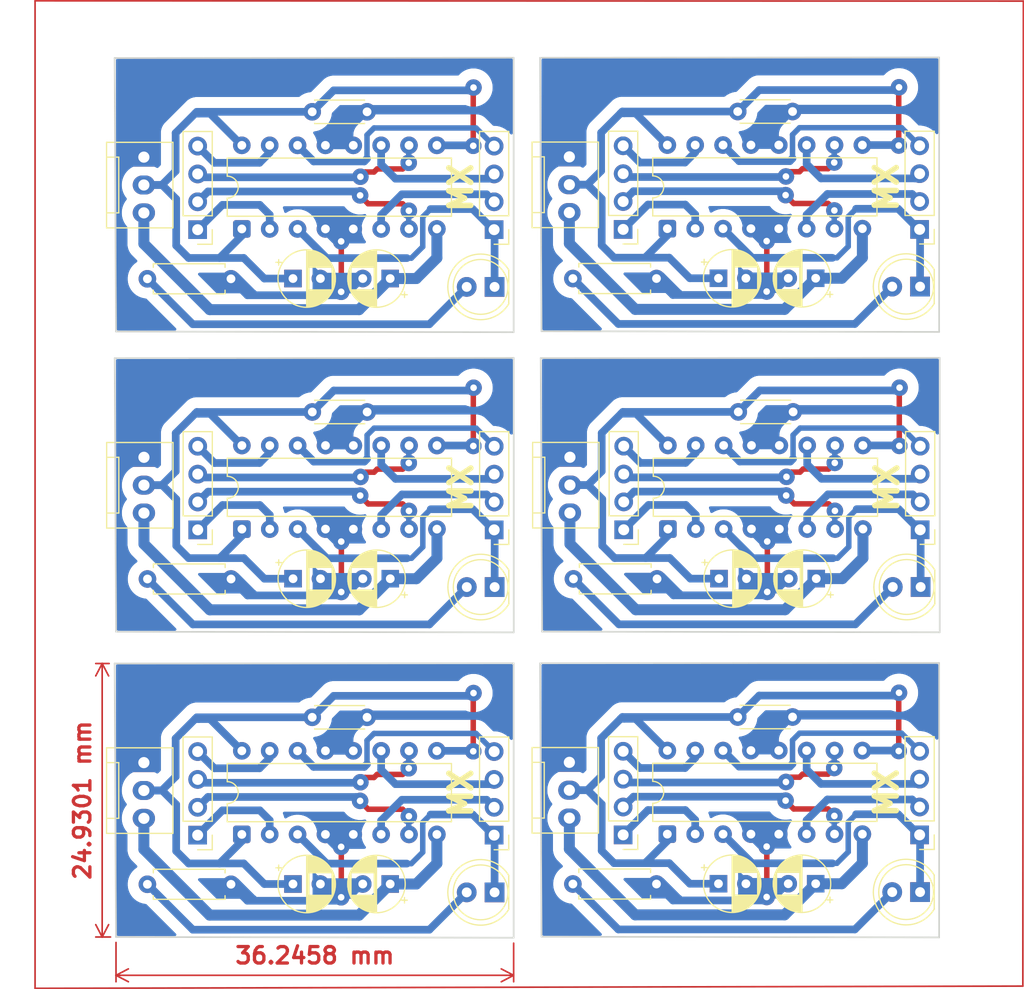
<source format=kicad_pcb>
(kicad_pcb (version 20241229) (generator "pcbnew") (generator_version "9.0")
  (title_block (date "mar. 31 mars 2015"))
  (layers (0 "F.Cu" signal) (2 "B.Cu" signal) (13 "F.Paste" user) (15 "B.Paste" user) (5 "F.SilkS" user "F.Silkscreen") (7 "B.SilkS" user "B.Silkscreen") (1 "F.Mask" user) (3 "B.Mask" user) (25 "Edge.Cuts" user))
  (net 0 "")
  (net 1 "+5V")
  (net 2 "Earth")
  (net 3 "Vdrive")
  (net 4 "Net-(J19-Pin_1)")
  (net 5 "Net-(J19-Pin_2)")
  (net 6 "Net-(J19-Pin_4)")
  (net 7 "Net-(J19-Pin_3)")
  (net 8 "/X1")
  (net 9 "/X2")
  (net 10 "/X4")
  (net 11 "/X3")
  (net 12 "/2")
  (footprint "Package_DIP:DIP-16_W7.62mm" (layer "F.Cu") (at 169.5083 115.1724 90)
    (property "Reference" "UX1" (hide yes))
    (property "Value" "L293D" (hide yes))
  )
  (footprint "Capacitor_THT:CP_Radial_D5.0mm_P2.50mm" (layer "F.Cu") (at 183.0319 64.4994 180)
    (property "Reference" "C15" (hide yes))
    (property "Value" "47uF" (hide yes))
  )
  (footprint "Connector_PinHeader_2.54mm:PinHeader_1x04_P2.54mm_Vertical" (layer "F.Cu") (at 165.4812 60.0458 180)
    (property "Reference" "J19" (hide yes))
    (property "Value" "MXF")
  )
  (footprint "Capacitor_THT:CP_Radial_D5.0mm_P2.50mm" (layer "F.Cu") (at 183.0319 119.6936 180)
    (property "Reference" "C15" (hide yes))
    (property "Value" "47uF" (hide yes))
  )
  (footprint "Connector_PinHeader_2.54mm:PinHeader_1x04_P2.54mm_Vertical" (layer "F.Cu") (at 153.7191 115.2654 180)
    (property "Reference" "J6" (hide yes))
    (property "Value" "MX")
  )
  (footprint "Connector_PinHeader_2.54mm:PinHeader_1x04_P2.54mm_Vertical" (layer "F.Cu") (at 165.532 87.427 180)
    (property "Reference" "J19" (hide yes))
    (property "Value" "MXF")
  )
  (footprint "LED_THT:LED_D5.0mm" (layer "F.Cu") (at 153.767237 92.649857 180)
    (property "Reference" "D1" (hide yes))
    (property "Value" "LED" (hide yes))
  )
  (footprint "LED_THT:LED_D5.0mm" (layer "F.Cu") (at 192.598737 92.642257 180)
    (property "Reference" "D1" (hide yes))
    (property "Value" "LED" (hide yes))
  )
  (footprint "Resistor_THT:R_Axial_DIN0207_L6.3mm_D2.5mm_P7.62mm_Horizontal" (layer "F.Cu") (at 129.731837 119.744057 180)
    (property "Reference" "R1" (hide yes))
    (property "Value" "1k")
  )
  (footprint "Capacitor_THT:C_Disc_D4.3mm_W1.9mm_P5.00mm" (layer "F.Cu") (at 142.1367 49.327 180)
    (property "Reference" "C1" (hide yes))
    (property "Value" "0.1uF" (hide yes))
  )
  (footprint "Capacitor_THT:CP_Radial_D5.0mm_P2.50mm" (layer "F.Cu") (at 174.170588 64.4994)
    (property "Reference" "C10" (hide yes))
    (property "Value" "100uF" (hide yes))
  )
  (footprint "Connector_PinHeader_2.54mm:PinHeader_1x04_P2.54mm_Vertical" (layer "F.Cu") (at 126.7005 87.4346 180)
    (property "Reference" "J19" (hide yes))
    (property "Value" "MXF")
  )
  (footprint "Connector_PinHeader_2.54mm:PinHeader_1x04_P2.54mm_Vertical" (layer "F.Cu") (at 192.5068 115.24 180)
    (property "Reference" "J6" (hide yes))
    (property "Value" "MX")
  )
  (footprint "Connector_PinHeader_2.54mm:PinHeader_1x04_P2.54mm_Vertical" (layer "F.Cu") (at 192.5068 60.0458 180)
    (property "Reference" "J6" (hide yes))
    (property "Value" "MX")
  )
  (footprint "LED_THT:LED_D5.0mm" (layer "F.Cu") (at 153.760237 65.286457 180)
    (property "Reference" "D1" (hide yes))
    (property "Value" "LED" (hide yes))
  )
  (footprint "Connector_PinHeader_2.54mm:PinHeader_1x04_P2.54mm_Vertical" (layer "F.Cu") (at 126.6935 115.2654 180)
    (property "Reference" "J19" (hide yes))
    (property "Value" "MXF")
  )
  (footprint "Capacitor_THT:C_Disc_D4.3mm_W1.9mm_P5.00mm" (layer "F.Cu") (at 180.9752 76.6828 180)
    (property "Reference" "C1" (hide yes))
    (property "Value" "0.1uF" (hide yes))
  )
  (footprint "Connector_PinHeader_2.54mm:PinHeader_1x04_P2.54mm_Vertical" (layer "F.Cu") (at 153.7261 87.4346 180)
    (property "Reference" "J6" (hide yes))
    (property "Value" "MX")
  )
  (footprint "Connector:FanPinHeader_1x03_P2.54mm_Vertical" (layer "F.Cu") (at 160.6286 80.8144 -90)
    (property "Reference" "J18" (hide yes))
    (property "Value" "Drivers VCC" (hide yes))
  )
  (footprint "Package_DIP:DIP-16_W7.62mm" (layer "F.Cu") (at 169.5591 87.3594 90)
    (property "Reference" "UX1" (hide yes))
    (property "Value" "L293D" (hide yes))
  )
  (footprint "Connector_PinHeader_2.54mm:PinHeader_1x04_P2.54mm_Vertical" (layer "F.Cu") (at 153.7191 60.0712 180)
    (property "Reference" "J6" (hide yes))
    (property "Value" "MX")
  )
  (footprint "Capacitor_THT:CP_Radial_D5.0mm_P2.50mm" (layer "F.Cu") (at 135.389888 91.8882)
    (property "Reference" "C10" (hide yes))
    (property "Value" "100uF" (hide yes))
  )
  (footprint "Connector_PinHeader_2.54mm:PinHeader_1x04_P2.54mm_Vertical" (layer "F.Cu") (at 165.4812 115.24 180)
    (property "Reference" "J19" (hide yes))
    (property "Value" "MXF")
  )
  (footprint "Package_DIP:DIP-16_W7.62mm" (layer "F.Cu") (at 130.7206 115.1978 90)
    (property "Reference" "UX1" (hide yes))
    (property "Value" "L293D" (hide yes))
  )
  (footprint "Capacitor_THT:CP_Radial_D5.0mm_P2.50mm" (layer "F.Cu") (at 144.2512 91.8882 180)
    (property "Reference" "C15" (hide yes))
    (property "Value" "47uF" (hide yes))
  )
  (footprint "Capacitor_THT:CP_Radial_D5.0mm_P2.50mm" (layer "F.Cu") (at 144.2442 64.5248 180)
    (property "Reference" "C15" (hide yes))
    (property "Value" "47uF" (hide yes))
  )
  (footprint "Package_DIP:DIP-16_W7.62mm" (layer "F.Cu") (at 130.7206 60.0036 90)
    (property "Reference" "UX1" (hide yes))
    (property "Value" "L293D" (hide yes))
  )
  (footprint "Resistor_THT:R_Axial_DIN0207_L6.3mm_D2.5mm_P7.62mm_Horizontal" (layer "F.Cu") (at 168.570337 91.905657 180)
    (property "Reference" "R1" (hide yes))
    (property "Value" "1k")
  )
  (footprint "Capacitor_THT:C_Disc_D4.3mm_W1.9mm_P5.00mm" (layer "F.Cu") (at 142.1437 76.6904 180)
    (property "Reference" "C1" (hide yes))
    (property "Value" "0.1uF" (hide yes))
  )
  (footprint "Resistor_THT:R_Axial_DIN0207_L6.3mm_D2.5mm_P7.62mm_Horizontal" (layer "F.Cu") (at 129.731837 64.549857 180)
    (property "Reference" "R1" (hide yes))
    (property "Value" "1k")
  )
  (footprint "Capacitor_THT:CP_Radial_D5.0mm_P2.50mm" (layer "F.Cu") (at 174.170588 119.6936)
    (property "Reference" "C10" (hide yes))
    (property "Value" "100uF" (hide yes))
  )
  (footprint "Capacitor_THT:C_Disc_D4.3mm_W1.9mm_P5.00mm" (layer "F.Cu") (at 142.1367 104.5212 180)
    (property "Reference" "C1" (hide yes))
    (property "Value" "0.1uF" (hide yes))
  )
  (footprint "Capacitor_THT:CP_Radial_D5.0mm_P2.50mm" (layer "F.Cu") (at 135.382888 119.719)
    (property "Reference" "C10" (hide yes))
    (property "Value" "100uF" (hide yes))
  )
  (footprint "Resistor_THT:R_Axial_DIN0207_L6.3mm_D2.5mm_P7.62mm_Horizontal" (layer "F.Cu") (at 168.519537 119.718657 180)
    (property "Reference" "R1" (hide yes))
    (property "Value" "1k")
  )
  (footprint "LED_THT:LED_D5.0mm" (layer "F.Cu") (at 192.547937 65.261057 180)
    (property "Reference" "D1" (hide yes))
    (property "Value" "LED" (hide yes))
  )
  (footprint "Resistor_THT:R_Axial_DIN0207_L6.3mm_D2.5mm_P7.62mm_Horizontal" (layer "F.Cu") (at 168.519537 64.524457 180)
    (property "Reference" "R1" (hide yes))
    (property "Value" "1k")
  )
  (footprint "Capacitor_THT:CP_Radial_D5.0mm_P2.50mm" (layer "F.Cu") (at 183.0827 91.8806 180)
    (property "Reference" "C15" (hide yes))
    (property "Value" "47uF" (hide yes))
  )
  (footprint "Connector:FanPinHeader_1x03_P2.54mm_Vertical" (layer "F.Cu") (at 160.5778 108.6274 -90)
    (property "Reference" "J18" (hide yes))
    (property "Value" "Drivers VCC" (hide yes))
  )
  (footprint "Connector_PinHeader_2.54mm:PinHeader_1x04_P2.54mm_Vertical" (layer "F.Cu") (at 126.6935 60.0712 180)
    (property "Reference" "J19" (hide yes))
    (property "Value" "MXF")
  )
  (footprint "Connector:FanPinHeader_1x03_P2.54mm_Vertical" (layer "F.Cu") (at 121.7901 108.6528 -90)
    (property "Reference" "J18" (hide yes))
    (property "Value" "Drivers VCC" (hide yes))
  )
  (footprint "Capacitor_THT:C_Disc_D4.3mm_W1.9mm_P5.00mm" (layer "F.Cu") (at 180.9244 104.4958 180)
    (property "Reference" "C1" (hide yes))
    (property "Value" "0.1uF" (hide yes))
  )
  (footprint "Package_DIP:DIP-16_W7.62mm" (layer "F.Cu") (at 169.5083 59.9782 90)
    (property "Reference" "UX1" (hide yes))
    (property "Value" "L293D" (hide yes))
  )
  (footprint "Capacitor_THT:CP_Radial_D5.0mm_P2.50mm" (layer "F.Cu") (at 174.221388 91.8806)
    (property "Reference" "C10" (hide yes))
    (property "Value" "100uF" (hide yes))
  )
  (footprint "Connector:FanPinHeader_1x03_P2.54mm_Vertical" (layer "F.Cu") (at 121.7901 53.4586 -90)
    (property "Reference" "J18" (hide yes))
    (property "Value" "Drivers VCC" (hide yes))
  )
  (footprint "Connector_PinHeader_2.54mm:PinHeader_1x04_P2.54mm_Vertical" (layer "F.Cu") (at 192.5576 87.427 180)
    (property "Reference" "J6" (hide yes))
    (property "Value" "MX")
  )
  (footprint "Capacitor_THT:C_Disc_D4.3mm_W1.9mm_P5.00mm" (layer "F.Cu") (at 180.9244 49.3016 180)
    (property "Reference" "C1" (hide yes))
    (property "Value" "0.1uF" (hide yes))
  )
  (footprint "LED_THT:LED_D5.0mm" (layer "F.Cu") (at 153.760237 120.480657 180)
    (property "Reference" "D1" (hide yes))
    (property "Value" "LED" (hide yes))
  )
  (footprint "Package_DIP:DIP-16_W7.62mm" (layer "F.Cu") (at 130.7276 87.367 90)
    (property "Reference" "UX1" (hide yes))
    (property "Value" "L293D" (hide yes))
  )
  (footprint "Resistor_THT:R_Axial_DIN0207_L6.3mm_D2.5mm_P7.62mm_Horizontal" (layer "F.Cu") (at 129.738837 91.913257 180)
    (property "Reference" "R1" (hide yes))
    (property "Value" "1k")
  )
  (footprint "Connector:FanPinHeader_1x03_P2.54mm_Vertical" (layer "F.Cu") (at 121.7971 80.822 -90)
    (property "Reference" "J18" (hide yes))
    (property "Value" "Drivers VCC" (hide yes))
  )
  (footprint "Capacitor_THT:CP_Radial_D5.0mm_P2.50mm" (layer "F.Cu") (at 135.382888 64.5248)
    (property "Reference" "C10" (hide yes))
    (property "Value" "100uF" (hide yes))
  )
  (footprint "LED_THT:LED_D5.0mm" (layer "F.Cu") (at 192.547937 120.455257 180)
    (property "Reference" "D1" (hide yes))
    (property "Value" "LED" (hide yes))
  )
  (footprint "Capacitor_THT:CP_Radial_D5.0mm_P2.50mm" (layer "F.Cu") (at 144.2442 119.719 180)
    (property "Reference" "C15" (hide yes))
    (property "Value" "47uF" (hide yes))
  )
  (footprint "Connector:FanPinHeader_1x03_P2.54mm_Vertical" (layer "F.Cu") (at 160.5778 53.4332 -90)
    (property "Reference" "J18" (hide yes))
    (property "Value" "Drivers VCC" (hide yes))
  )
  (gr_line (start 111.871463 129.227143) (end 111.871463 39.209543) (stroke (width 0.15)) (layer "F.Cu") (net 1))
  (gr_line (start 201.965263 39.234943) (end 201.914463 129.023943) (stroke (width 0.15)) (layer "F.Cu") (net 1))
  (gr_line (start 201.914463 129.023943) (end 111.871463 129.227143) (stroke (width 0.15)) (layer "F.Cu") (net 1))
  (gr_line (start 111.871463 39.209543) (end 201.965263 39.234943) (stroke (width 0.15)) (layer "F.Cu") (net 1))
  (gr_line (start 157.912 99.5936) (end 158.039 124.5237) (stroke (width 0.15)) (layer "Edge.Cuts"))
  (gr_line (start 119.1243 99.619) (end 155.4971 99.5936) (stroke (width 0.15)) (layer "Edge.Cuts"))
  (gr_line (start 155.5041 96.7818) (end 119.2583 96.7183) (stroke (width 0.15)) (layer "Edge.Cuts"))
  (gr_line (start 194.3356 96.7742) (end 158.0898 96.7107) (stroke (width 0.15)) (layer "Edge.Cuts"))
  (gr_line (start 119.1243 99.619) (end 119.2513 124.5491) (stroke (width 0.15)) (layer "Edge.Cuts"))
  (gr_line (start 194.2848 69.393) (end 158.039 69.3295) (stroke (width 0.15)) (layer "Edge.Cuts"))
  (gr_line (start 194.2848 124.5872) (end 158.039 124.5237) (stroke (width 0.15)) (layer "Edge.Cuts"))
  (gr_line (start 194.3356 71.7552) (end 194.3356 96.7742) (stroke (width 0.15)) (layer "Edge.Cuts"))
  (gr_line (start 155.4971 69.4184) (end 119.2513 69.3549) (stroke (width 0.15)) (layer "Edge.Cuts"))
  (gr_line (start 155.5041 71.7628) (end 155.5041 96.7818) (stroke (width 0.15)) (layer "Edge.Cuts"))
  (gr_line (start 157.912 44.3994) (end 194.2848 44.374) (stroke (width 0.15)) (layer "Edge.Cuts"))
  (gr_line (start 157.912 44.3994) (end 158.039 69.3295) (stroke (width 0.15)) (layer "Edge.Cuts"))
  (gr_line (start 155.4971 44.3994) (end 155.4971 69.4184) (stroke (width 0.15)) (layer "Edge.Cuts"))
  (gr_line (start 194.2848 44.374) (end 194.2848 69.393) (stroke (width 0.15)) (layer "Edge.Cuts"))
  (gr_line (start 155.4971 124.6126) (end 119.2513 124.5491) (stroke (width 0.15)) (layer "Edge.Cuts"))
  (gr_line (start 119.1313 71.7882) (end 119.2583 96.7183) (stroke (width 0.15)) (layer "Edge.Cuts"))
  (gr_line (start 157.912 99.5936) (end 194.2848 99.5682) (stroke (width 0.15)) (layer "Edge.Cuts"))
  (gr_line (start 155.4971 99.5936) (end 155.4971 124.6126) (stroke (width 0.15)) (layer "Edge.Cuts"))
  (gr_line (start 119.1313 71.7882) (end 155.5041 71.7628) (stroke (width 0.15)) (layer "Edge.Cuts"))
  (gr_line (start 157.9628 71.7806) (end 194.3356 71.7552) (stroke (width 0.15)) (layer "Edge.Cuts"))
  (gr_line (start 119.1243 44.4248) (end 155.4971 44.3994) (stroke (width 0.15)) (layer "Edge.Cuts"))
  (gr_line (start 194.2848 99.5682) (end 194.2848 124.5872) (stroke (width 0.15)) (layer "Edge.Cuts"))
  (gr_line (start 157.9628 71.7806) (end 158.0898 96.7107) (stroke (width 0.15)) (layer "Edge.Cuts"))
  (gr_line (start 119.1243 44.4248) (end 119.2513 69.3549) (stroke (width 0.15)) (layer "Edge.Cuts"))
  (dimension (type orthogonal) (layer "F.Cu") (pts (xy 119.2513 124.5491) (xy 119.1243 99.619)) (height -1.2612) (orientation 1) (format (prefix "") (suffix "") (units 3) (units_format 1) (precision 4)) (style (thickness 0.15) (arrow_length 1.27) (text_position_mode 0) (arrow_direction outward) (extension_height 0.58642) (extension_offset 0.5) (keep_text_aligned yes)) (gr_text "24,9301 mm" (at 116.1901 112.08405 90) (layer "F.Cu") (effects (font (size 1.5 1.5) (thickness 0.3)))))
  (dimension (type orthogonal) (layer "F.Cu") (pts (xy 119.2513 124.5491) (xy 155.4971 124.6126)) (height 3.4925) (orientation 0) (format (prefix "") (suffix "") (units 3) (units_format 1) (precision 4)) (style (thickness 0.15) (arrow_length 1.27) (text_position_mode 0) (arrow_direction outward) (extension_height 0.58642) (extension_offset 0.5) (keep_text_aligned yes)) (gr_text "36,2458 mm" (at 137.3742 126.2416 0) (layer "F.Cu") (effects (font (size 1.5 1.5) (thickness 0.3)))))
  (segment (start 190.6018 52.4004) (end 190.6018 47.1172) (width 0.5) (layer "F.Cu") (net 1))
  (segment (start 151.8211 79.7892) (end 151.8211 74.506) (width 0.5) (layer "F.Cu") (net 1))
  (segment (start 151.7188 107.6136) (end 151.7252 107.62) (width 0.5) (layer "F.Cu") (net 1))
  (segment (start 190.6018 107.5946) (end 190.6018 102.3114) (width 0.5) (layer "F.Cu") (net 1))
  (segment (start 190.5573 79.7752) (end 190.5637 79.7816) (width 0.5) (layer "F.Cu") (net 1))
  (segment (start 151.7188 52.4194) (end 151.7252 52.4258) (width 0.5) (layer "F.Cu") (net 1))
  (segment (start 190.5065 107.5882) (end 190.5129 107.5946) (width 0.5) (layer "F.Cu") (net 1))
  (segment (start 151.7258 79.7828) (end 151.7322 79.7892) (width 0.5) (layer "F.Cu") (net 1))
  (segment (start 190.6526 79.7816) (end 190.6526 74.4984) (width 0.5) (layer "F.Cu") (net 1))
  (segment (start 151.8211 74.506) (end 151.8465 74.4806) (width 0.5) (layer "F.Cu") (net 1))
  (segment (start 151.8141 47.1426) (end 151.8395 47.1172) (width 0.5) (layer "F.Cu") (net 1))
  (segment (start 190.6018 102.3114) (end 190.6272 102.286) (width 0.5) (layer "F.Cu") (net 1))
  (segment (start 190.6526 74.4984) (end 190.678 74.473) (width 0.5) (layer "F.Cu") (net 1))
  (segment (start 151.8141 52.4258) (end 151.8141 47.1426) (width 0.5) (layer "F.Cu") (net 1))
  (segment (start 190.5065 52.394) (end 190.5129 52.4004) (width 0.5) (layer "F.Cu") (net 1))
  (segment (start 151.8141 107.62) (end 151.8141 102.3368) (width 0.5) (layer "F.Cu") (net 1))
  (segment (start 190.6018 47.1172) (end 190.6272 47.0918) (width 0.5) (layer "F.Cu") (net 1))
  (segment (start 151.8141 102.3368) (end 151.8395 102.3114) (width 0.5) (layer "F.Cu") (net 1))
  (via (at 151.8465 74.4806) (size 1.5) (drill 0.6) (layers "F.Cu" "B.Cu") (net 1))
  (via (at 190.6272 102.286) (size 1.5) (drill 0.6) (layers "F.Cu" "B.Cu") (net 1))
  (via (at 190.6272 47.0918) (size 1.5) (drill 0.6) (layers "F.Cu" "B.Cu") (net 1))
  (via (at 151.8395 47.1172) (size 1.5) (drill 0.6) (layers "F.Cu" "B.Cu") (net 1))
  (via (at 151.8211 79.7892) (size 1.5) (drill 0.6) (layers "F.Cu" "B.Cu") (net 1))
  (via (at 151.8395 102.3114) (size 1.5) (drill 0.6) (layers "F.Cu" "B.Cu") (net 1))
  (via (at 190.6526 79.7816) (size 1.5) (drill 0.6) (layers "F.Cu" "B.Cu") (net 1))
  (via (at 190.6018 52.4004) (size 1.5) (drill 0.6) (layers "F.Cu" "B.Cu") (net 1))
  (via (at 151.8141 52.4258) (size 1.5) (drill 0.6) (layers "F.Cu" "B.Cu") (net 1))
  (via (at 190.6018 107.5946) (size 1.5) (drill 0.6) (layers "F.Cu" "B.Cu") (net 1))
  (via (at 151.8141 107.62) (size 1.5) (drill 0.6) (layers "F.Cu" "B.Cu") (net 1))
  (via (at 190.678 74.473) (size 1.5) (drill 0.6) (layers "F.Cu" "B.Cu") (net 1))
  (segment (start 190.5215 79.7394) (end 190.5637 79.7816) (width 0.7) (layer "B.Cu") (net 1))
  (segment (start 187.2883 107.5524) (end 190.4707 107.5524) (width 0.7) (layer "B.Cu") (net 1))
  (segment (start 190.4707 52.3582) (end 190.5129 52.4004) (width 0.7) (layer "B.Cu") (net 1))
  (segment (start 124.6939 78.6208) (end 126.4633 76.8514) (width 0.7) (layer "B.Cu") (net 1))
  (segment (start 151.8465 74.4806) (end 151.6179 74.4806) (width 0.7) (layer "B.Cu") (net 1))
  (segment (start 127.832 76.8514) (end 126.8021 76.8514) (width 0.7) (layer "B.Cu") (net 1))
  (segment (start 127.825 49.488) (end 126.7951 49.488) (width 0.7) (layer "B.Cu") (net 1))
  (segment (start 163.5254 116.6878) (end 164.6557 117.8181) (width 0.7) (layer "B.Cu") (net 1))
  (segment (start 163.4746 54.7118) (end 163.4746 51.232) (width 0.7) (layer "B.Cu") (net 1))
  (segment (start 165.405 49.3016) (end 165.244 49.4626) (width 0.7) (layer "B.Cu") (net 1))
  (segment (start 169.5083 52.1984) (end 169.5083 52.3786) (width 0.5) (layer "B.Cu") (net 1))
  (segment (start 163.4746 106.4262) (end 165.244 104.6568) (width 0.7) (layer "B.Cu") (net 1))
  (segment (start 126.6173 104.5212) (end 126.4563 104.6822) (width 0.7) (layer "B.Cu") (net 1))
  (segment (start 121.7901 111.1928) (end 123.4255 111.1928) (width 0.7) (layer "B.Cu") (net 1))
  (segment (start 162.2976 83.3544) (end 163.5762 84.633) (width 0.7) (layer "B.Cu") (net 1))
  (segment (start 169.5591 87.3594) (end 169.5591 87.974937) (width 0.7) (layer "B.Cu") (net 1))
  (segment (start 126.4563 49.488) (end 126.7951 49.488) (width 0.7) (layer "B.Cu") (net 1))
  (segment (start 175.9244 104.4958) (end 165.405 104.4958) (width 0.7) (layer "B.Cu") (net 1))
  (segment (start 126.4633 76.8514) (end 126.8021 76.8514) (width 0.7) (layer "B.Cu") (net 1))
  (segment (start 151.6179 74.4806) (end 151.3639 74.7346) (width 0.7) (layer "B.Cu") (net 1))
  (segment (start 163.5762 88.8748) (end 164.7065 90.0051) (width 0.7) (layer "B.Cu") (net 1))
  (segment (start 190.1446 102.54) (end 177.8802 102.54) (width 0.7) (layer "B.Cu") (net 1))
  (segment (start 171.5604 119.6936) (end 174.170588 119.6936) (width 0.7) (layer "B.Cu") (net 1))
  (segment (start 126.6243 76.6904) (end 126.4633 76.8514) (width 0.7) (layer "B.Cu") (net 1))
  (segment (start 160.5778 55.9732) (end 162.2468 55.9732) (width 0.7) (layer "B.Cu") (net 1))
  (segment (start 148.5076 79.747) (end 151.69 79.747) (width 0.7) (layer "B.Cu") (net 1))
  (segment (start 151.6272 107.5982) (end 151.649 107.62) (width 0.5) (layer "B.Cu") (net 1))
  (segment (start 124.6869 106.4516) (end 126.4563 104.6822) (width 0.7) (layer "B.Cu") (net 1))
  (segment (start 151.3639 74.7346) (end 139.0995 74.7346) (width 0.7) (layer "B.Cu") (net 1))
  (segment (start 125.868 117.8435) (end 130.8972 117.8435) (width 0.7) (layer "B.Cu") (net 1))
  (segment (start 130.7206 52.2238) (end 130.7206 52.404) (width 0.5) (layer "B.Cu") (net 1))
  (segment (start 169.6849 117.8181) (end 171.5604 119.6936) (width 0.7) (layer "B.Cu") (net 1))
  (segment (start 190.6272 102.286) (end 190.3986 102.286) (width 0.7) (layer "B.Cu") (net 1))
  (segment (start 130.8972 117.8435) (end 132.7727 119.719) (width 0.7) (layer "B.Cu") (net 1))
  (segment (start 130.7206 52.3836) (end 127.825 49.488) (width 0.7) (layer "B.Cu") (net 1))
  (segment (start 124.6869 109.9314) (end 124.6869 106.4516) (width 0.7) (layer "B.Cu") (net 1))
  (segment (start 164.6557 117.8181) (end 169.6849 117.8181) (width 0.7) (layer "B.Cu") (net 1))
  (segment (start 151.8395 102.3114) (end 151.6109 102.3114) (width 0.7) (layer "B.Cu") (net 1))
  (segment (start 165.4558 76.6828) (end 165.2948 76.8438) (width 0.7) (layer "B.Cu") (net 1))
  (segment (start 124.6939 82.1006) (end 124.6939 78.6208) (width 0.7) (layer "B.Cu") (net 1))
  (segment (start 125.875 90.0127) (end 130.9042 90.0127) (width 0.7) (layer "B.Cu") (net 1))
  (segment (start 130.7206 107.5778) (end 127.825 104.6822) (width 0.7) (layer "B.Cu") (net 1))
  (segment (start 130.7276 79.5872) (end 130.7276 79.7674) (width 0.5) (layer "B.Cu") (net 1))
  (segment (start 121.7971 83.362) (end 123.4325 83.362) (width 0.7) (layer "B.Cu") (net 1))
  (segment (start 121.7901 55.9986) (end 123.4591 55.9986) (width 0.7) (layer "B.Cu") (net 1))
  (segment (start 130.8972 62.6493) (end 132.7727 64.5248) (width 0.7) (layer "B.Cu") (net 1))
  (segment (start 169.5083 60.593737) (end 167.478137 62.6239) (width 0.7) (layer "B.Cu") (net 1))
  (segment (start 130.7206 115.1978) (end 130.7206 115.813337) (width 0.7) (layer "B.Cu") (net 1))
  (segment (start 169.5083 115.1724) (end 169.5083 115.787937) (width 0.7) (layer "B.Cu") (net 1))
  (segment (start 169.7357 90.0051) (end 171.6112 91.8806) (width 0.7) (layer "B.Cu") (net 1))
  (segment (start 190.1446 47.3458) (end 177.8802 47.3458) (width 0.7) (layer "B.Cu") (net 1))
  (segment (start 139.0925 47.3712) (end 137.1367 49.327) (width 0.7) (layer "B.Cu") (net 1))
  (segment (start 126.6173 49.327) (end 126.4563 49.488) (width 0.7) (layer "B.Cu") (net 1))
  (segment (start 151.6342 79.7674) (end 151.656 79.7892) (width 0.5) (layer "B.Cu") (net 1))
  (segment (start 151.683 107.5778) (end 151.7252 107.62) (width 0.7) (layer "B.Cu") (net 1))
  (segment (start 163.5254 82.093) (end 163.5254 78.6132) (width 0.7) (layer "B.Cu") (net 1))
  (segment (start 177.8802 102.54) (end 175.9244 104.4958) (width 0.7) (layer "B.Cu") (net 1))
  (segment (start 151.6109 102.3114) (end 151.3569 102.5654) (width 0.7) (layer "B.Cu") (net 1))
  (segment (start 151.3569 102.5654) (end 139.0925 102.5654) (width 0.7) (layer "B.Cu") (net 1))
  (segment (start 148.5006 52.3836) (end 151.683 52.3836) (width 0.7) (layer "B.Cu") (net 1))
  (segment (start 160.6286 83.3544) (end 162.264 83.3544) (width 0.7) (layer "B.Cu") (net 1))
  (segment (start 130.7276 79.747) (end 127.832 76.8514) (width 0.7) (layer "B.Cu") (net 1))
  (segment (start 123.4255 111.1928) (end 124.6869 109.9314) (width 0.7) (layer "B.Cu") (net 1))
  (segment (start 162.2132 55.9732) (end 163.4746 54.7118) (width 0.7) (layer "B.Cu") (net 1))
  (segment (start 130.9042 90.0127) (end 132.7797 91.8882) (width 0.7) (layer "B.Cu") (net 1))
  (segment (start 163.5254 61.4936) (end 164.6557 62.6239) (width 0.7) (layer "B.Cu") (net 1))
  (segment (start 160.6286 83.3544) (end 162.2976 83.3544) (width 0.7) (layer "B.Cu") (net 1))
  (segment (start 139.0995 74.7346) (end 137.1437 76.6904) (width 0.7) (layer "B.Cu") (net 1))
  (segment (start 160.5778 111.1674) (end 162.2468 111.1674) (width 0.7) (layer "B.Cu") (net 1))
  (segment (start 187.2883 52.3582) (end 190.4707 52.3582) (width 0.7) (layer "B.Cu") (net 1))
  (segment (start 151.6109 47.1172) (end 151.3569 47.3712) (width 0.7) (layer "B.Cu") (net 1))
  (segment (start 139.0925 102.5654) (end 137.1367 104.5212) (width 0.7) (layer "B.Cu") (net 1))
  (segment (start 124.7377 57.2772) (end 124.7377 61.519) (width 0.7) (layer "B.Cu") (net 1))
  (segment (start 127.825 104.6822) (end 126.7951 104.6822) (width 0.7) (layer "B.Cu") (net 1))
  (segment (start 130.7206 107.418) (end 130.7206 107.5982) (width 0.5) (layer "B.Cu") (net 1))
  (segment (start 165.2948 76.8438) (end 165.6336 76.8438) (width 0.7) (layer "B.Cu") (net 1))
  (segment (start 151.8395 47.1172) (end 151.6109 47.1172) (width 0.7) (layer "B.Cu") (net 1))
  (segment (start 162.2468 55.9732) (end 163.5254 57.2518) (width 0.7) (layer "B.Cu") (net 1))
  (segment (start 163.5762 84.633) (end 163.5762 88.8748) (width 0.7) (layer "B.Cu") (net 1))
  (segment (start 171.5604 64.4994) (end 174.170588 64.4994) (width 0.7) (layer "B.Cu") (net 1))
  (segment (start 151.683 52.3836) (end 151.7252 52.4258) (width 0.7) (layer "B.Cu") (net 1))
  (segment (start 163.5254 78.6132) (end 165.2948 76.8438) (width 0.7) (layer "B.Cu") (net 1))
  (segment (start 162.264 83.3544) (end 163.5254 82.093) (width 0.7) (layer "B.Cu") (net 1))
  (segment (start 164.7065 90.0051) (end 169.7357 90.0051) (width 0.7) (layer "B.Cu") (net 1))
  (segment (start 165.244 49.4626) (end 165.5828 49.4626) (width 0.7) (layer "B.Cu") (net 1))
  (segment (start 166.6127 104.6568) (end 165.5828 104.6568) (width 0.7) (layer "B.Cu") (net 1))
  (segment (start 165.244 104.6568) (end 165.5828 104.6568) (width 0.7) (layer "B.Cu") (net 1))
  (segment (start 124.7377 61.519) (end 125.868 62.6493) (width 0.7) (layer "B.Cu") (net 1))
  (segment (start 175.9752 76.6828) (end 165.4558 76.6828) (width 0.7) (layer "B.Cu") (net 1))
  (segment (start 151.3569 47.3712) (end 139.0925 47.3712) (width 0.7) (layer "B.Cu") (net 1))
  (segment (start 163.4746 51.232) (end 165.244 49.4626) (width 0.7) (layer "B.Cu") (net 1))
  (segment (start 123.4591 111.1928) (end 124.7377 112.4714) (width 0.7) (layer "B.Cu") (net 1))
  (segment (start 130.7206 60.619137) (end 128.690437 62.6493) (width 0.7) (layer "B.Cu") (net 1))
  (segment (start 190.4657 79.7598) (end 190.4875 79.7816) (width 0.5) (layer "B.Cu") (net 1))
  (segment (start 123.4325 83.362) (end 124.6939 82.1006) (width 0.7) (layer "B.Cu") (net 1))
  (segment (start 148.5006 107.5778) (end 151.683 107.5778) (width 0.7) (layer "B.Cu") (net 1))
  (segment (start 165.405 104.4958) (end 165.244 104.6568) (width 0.7) (layer "B.Cu") (net 1))
  (segment (start 126.4563 104.6822) (end 126.7951 104.6822) (width 0.7) (layer "B.Cu") (net 1))
  (segment (start 169.6849 62.6239) (end 171.5604 64.4994) (width 0.7) (layer "B.Cu") (net 1))
  (segment (start 169.5083 107.5524) (end 166.6127 104.6568) (width 0.7) (layer "B.Cu") (net 1))
  (segment (start 123.4255 55.9986) (end 124.6869 54.7372) (width 0.7) (layer "B.Cu") (net 1))
  (segment (start 124.7447 88.8824) (end 125.875 90.0127) (width 0.7) (layer "B.Cu") (net 1))
  (segment (start 190.4707 107.5524) (end 190.5129 107.5946) (width 0.7) (layer "B.Cu") (net 1))
  (segment (start 163.5254 57.2518) (end 163.5254 61.4936) (width 0.7) (layer "B.Cu") (net 1))
  (segment (start 169.5083 59.9782) (end 169.5083 60.593737) (width 0.7) (layer "B.Cu") (net 1))
  (segment (start 124.6869 51.2574) (end 126.4563 49.488) (width 0.7) (layer "B.Cu") (net 1))
  (segment (start 160.5778 111.1674) (end 162.2132 111.1674) (width 0.7) (layer "B.Cu") (net 1))
  (segment (start 164.6557 62.6239) (end 169.6849 62.6239) (width 0.7) (layer "B.Cu") (net 1))
  (segment (start 169.5591 79.7394) (end 166.6635 76.8438) (width 0.7) (layer "B.Cu") (net 1))
  (segment (start 190.4149 52.3786) (end 190.4367 52.4004) (width 0.5) (layer "B.Cu") (net 1))
  (segment (start 137.1437 76.6904) (end 126.6243 76.6904) (width 0.7) (layer "B.Cu") (net 1))
  (segment (start 151.69 79.747) (end 151.7322 79.7892) (width 0.7) (layer "B.Cu") (net 1))
  (segment (start 190.3986 47.0918) (end 190.1446 47.3458) (width 0.7) (layer "B.Cu") (net 1))
  (segment (start 130.7276 87.982537) (end 128.697437 90.0127) (width 0.7) (layer "B.Cu") (net 1))
  (segment (start 124.7447 84.6406) (end 124.7447 88.8824) (width 0.7) (layer "B.Cu") (net 1))
  (segment (start 177.8802 47.3458) (end 175.9244 49.3016) (width 0.7) (layer "B.Cu") (net 1))
  (segment (start 163.5254 112.446) (end 163.5254 116.6878) (width 0.7) (layer "B.Cu") (net 1))
  (segment (start 132.7727 119.719) (end 135.382888 119.719) (width 0.7) (layer "B.Cu") (net 1))
  (segment (start 151.6272 52.404) (end 151.649 52.4258) (width 0.5) (layer "B.Cu") (net 1))
  (segment (start 132.7797 91.8882) (end 135.389888 91.8882) (width 0.7) (layer "B.Cu") (net 1))
  (segment (start 171.6112 91.8806) (end 174.221388 91.8806) (width 0.7) (layer "B.Cu") (net 1))
  (segment (start 121.7901 111.1928) (end 123.4591 111.1928) (width 0.7) (layer "B.Cu") (net 1))
  (segment (start 169.5591 79.5796) (end 169.5591 79.7598) (width 0.5) (layer "B.Cu") (net 1))
  (segment (start 124.7377 112.4714) (end 124.7377 116.7132) (width 0.7) (layer "B.Cu") (net 1))
  (segment (start 137.1367 49.327) (end 126.6173 49.327) (width 0.7) (layer "B.Cu") (net 1))
  (segment (start 123.4591 55.9986) (end 124.7377 57.2772) (width 0.7) (layer "B.Cu") (net 1))
  (segment (start 125.868 62.6493) (end 130.8972 62.6493) (width 0.7) (layer "B.Cu") (net 1))
  (segment (start 175.9244 49.3016) (end 165.405 49.3016) (width 0.7) (layer "B.Cu") (net 1))
  (segment (start 121.7901 55.9986) (end 123.4255 55.9986) (width 0.7) (layer "B.Cu") (net 1))
  (segment (start 163.4746 109.906) (end 163.4746 106.4262) (width 0.7) (layer "B.Cu") (net 1))
  (segment (start 169.5083 115.787937) (end 167.478137 117.8181) (width 0.7) (layer "B.Cu") (net 1))
  (segment (start 166.6127 49.4626) (end 165.5828 49.4626) (width 0.7) (layer "B.Cu") (net 1))
  (segment (start 190.3986 102.286) (end 190.1446 102.54) (width 0.7) (layer "B.Cu") (net 1))
  (segment (start 169.5591 87.974937) (end 167.528937 90.0051) (width 0.7) (layer "B.Cu") (net 1))
  (segment (start 169.5083 107.3926) (end 169.5083 107.5728) (width 0.5) (layer "B.Cu") (net 1))
  (segment (start 190.1954 74.727) (end 177.931 74.727) (width 0.7) (layer "B.Cu") (net 1))
  (segment (start 162.2468 111.1674) (end 163.5254 112.446) (width 0.7) (layer "B.Cu") (net 1))
  (segment (start 123.4661 83.362) (end 124.7447 84.6406) (width 0.7) (layer "B.Cu") (net 1))
  (segment (start 160.5778 55.9732) (end 162.2132 55.9732) (width 0.7) (layer "B.Cu") (net 1))
  (segment (start 190.4149 107.5728) (end 190.4367 107.5946) (width 0.5) (layer "B.Cu") (net 1))
  (segment (start 162.2132 111.1674) (end 163.4746 109.906) (width 0.7) (layer "B.Cu") (net 1))
  (segment (start 130.7206 60.0036) (end 130.7206 60.619137) (width 0.7) (layer "B.Cu") (net 1))
  (segment (start 124.6869 54.7372) (end 124.6869 51.2574) (width 0.7) (layer "B.Cu") (net 1))
  (segment (start 124.7377 116.7132) (end 125.868 117.8435) (width 0.7) (layer "B.Cu") (net 1))
  (segment (start 190.4494 74.473) (end 190.1954 74.727) (width 0.7) (layer "B.Cu") (net 1))
  (segment (start 130.7276 87.367) (end 130.7276 87.982537) (width 0.7) (layer "B.Cu") (net 1))
  (segment (start 187.3391 79.7394) (end 190.5215 79.7394) (width 0.7) (layer "B.Cu") (net 1))
  (segment (start 166.6635 76.8438) (end 165.6336 76.8438) (width 0.7) (layer "B.Cu") (net 1))
  (segment (start 190.6272 47.0918) (end 190.3986 47.0918) (width 0.7) (layer "B.Cu") (net 1))
  (segment (start 121.7971 83.362) (end 123.4661 83.362) (width 0.7) (layer "B.Cu") (net 1))
  (segment (start 137.1367 104.5212) (end 126.6173 104.5212) (width 0.7) (layer "B.Cu") (net 1))
  (segment (start 132.7727 64.5248) (end 135.382888 64.5248) (width 0.7) (layer "B.Cu") (net 1))
  (segment (start 169.5083 52.3582) (end 166.6127 49.4626) (width 0.7) (layer "B.Cu") (net 1))
  (segment (start 177.931 74.727) (end 175.9752 76.6828) (width 0.7) (layer "B.Cu") (net 1))
  (segment (start 190.678 74.473) (end 190.4494 74.473) (width 0.7) (layer "B.Cu") (net 1))
  (segment (start 130.7206 115.813337) (end 128.690437 117.8435) (width 0.7) (layer "B.Cu") (net 1))
  (segment (start 178.5876 116.3576) (end 178.5749 116.3703) (width 0.5) (layer "F.Cu") (net 2))
  (segment (start 139.7942 88.5649) (end 139.7942 93.0734) (width 0.5) (layer "F.Cu") (net 2))
  (segment (start 139.7872 116.3957) (end 139.7872 120.9042) (width 0.5) (layer "F.Cu") (net 2))
  (segment (start 178.5749 116.3703) (end 178.5749 120.8788) (width 0.5) (layer "F.Cu") (net 2))
  (segment (start 139.8069 88.5522) (end 139.7942 88.5649) (width 0.5) (layer "F.Cu") (net 2))
  (segment (start 139.7999 116.383) (end 139.7872 116.3957) (width 0.5) (layer "F.Cu") (net 2))
  (segment (start 178.5749 61.1761) (end 178.5749 65.6846) (width 0.5) (layer "F.Cu") (net 2))
  (segment (start 178.6257 88.5573) (end 178.6257 93.0658) (width 0.5) (layer "F.Cu") (net 2))
  (segment (start 178.6384 88.5446) (end 178.6257 88.5573) (width 0.5) (layer "F.Cu") (net 2))
  (segment (start 178.5876 61.1634) (end 178.5749 61.1761) (width 0.5) (layer "F.Cu") (net 2))
  (segment (start 139.7999 61.1888) (end 139.7872 61.2015) (width 0.5) (layer "F.Cu") (net 2))
  (segment (start 139.7872 61.2015) (end 139.7872 65.71) (width 0.5) (layer "F.Cu") (net 2))
  (via (at 139.7745 65.7354) (size 1.5) (drill 0.6) (layers "F.Cu" "B.Cu") (net 2))
  (via (at 139.7745 61.138) (size 1.5) (drill 0.6) (layers "F.Cu" "B.Cu") (net 2))
  (via (at 178.613 93.0912) (size 1.5) (drill 0.6) (layers "F.Cu" "B.Cu") (net 2))
  (via (at 139.7815 88.5014) (size 1.5) (drill 0.6) (layers "F.Cu" "B.Cu") (net 2))
  (via (at 139.7745 120.9296) (size 1.5) (drill 0.6) (layers "F.Cu" "B.Cu") (net 2))
  (via (at 178.5622 65.71) (size 1.5) (drill 0.6) (layers "F.Cu" "B.Cu") (net 2))
  (via (at 178.5622 120.9042) (size 1.5) (drill 0.6) (layers "F.Cu" "B.Cu") (net 2))
  (via (at 178.5622 61.1126) (size 1.5) (drill 0.6) (layers "F.Cu" "B.Cu") (net 2))
  (via (at 178.613 88.4938) (size 1.5) (drill 0.6) (layers "F.Cu" "B.Cu") (net 2))
  (via (at 139.7815 93.0988) (size 1.5) (drill 0.6) (layers "F.Cu" "B.Cu") (net 2))
  (via (at 178.5622 116.3068) (size 1.5) (drill 0.6) (layers "F.Cu" "B.Cu") (net 2))
  (via (at 139.7745 116.3322) (size 1.5) (drill 0.6) (layers "F.Cu" "B.Cu") (net 2))
  (segment (start 140.8806 52.3836) (end 138.3406 52.3836) (width 0.7) (layer "B.Cu") (net 2))
  (segment (start 131.237437 93.411857) (end 139.468443 93.411857) (width 0.7) (layer "B.Cu") (net 2))
  (segment (start 138.3406 60.0036) (end 140.8806 60.0036) (width 0.7) (layer "B.Cu") (net 2))
  (segment (start 179.7191 79.7394) (end 177.1791 79.7394) (width 0.7) (layer "B.Cu") (net 2))
  (segment (start 139.461443 121.242657) (end 139.7745 120.9296) (width 0.7) (layer "B.Cu") (net 2))
  (segment (start 168.519537 64.524457) (end 170.018137 66.023057) (width 0.7) (layer "B.Cu") (net 2))
  (segment (start 179.6683 107.5524) (end 177.1283 107.5524) (width 0.7) (layer "B.Cu") (net 2))
  (segment (start 129.731837 64.549857) (end 131.230437 66.048457) (width 0.7) (layer "B.Cu") (net 2))
  (segment (start 138.3476 87.367) (end 140.8876 87.367) (width 0.7) (layer "B.Cu") (net 2))
  (segment (start 139.461443 66.048457) (end 139.7745 65.7354) (width 0.7) (layer "B.Cu") (net 2))
  (segment (start 178.249143 121.217257) (end 178.5622 120.9042) (width 0.7) (layer "B.Cu") (net 2))
  (segment (start 139.468443 93.411857) (end 139.7815 93.0988) (width 0.7) (layer "B.Cu") (net 2))
  (segment (start 137.889888 91.8882) (end 141.7512 91.8882) (width 0.7) (layer "B.Cu") (net 2))
  (segment (start 177.1283 115.1724) (end 179.6683 115.1724) (width 0.7) (layer "B.Cu") (net 2))
  (segment (start 131.230437 66.048457) (end 139.461443 66.048457) (width 0.7) (layer "B.Cu") (net 2))
  (segment (start 178.299943 93.404257) (end 178.613 93.0912) (width 0.7) (layer "B.Cu") (net 2))
  (segment (start 137.882888 119.719) (end 141.7442 119.719) (width 0.7) (layer "B.Cu") (net 2))
  (segment (start 170.018137 66.023057) (end 178.249143 66.023057) (width 0.7) (layer "B.Cu") (net 2))
  (segment (start 137.882888 64.5248) (end 141.7442 64.5248) (width 0.7) (layer "B.Cu") (net 2))
  (segment (start 170.018137 121.217257) (end 178.249143 121.217257) (width 0.7) (layer "B.Cu") (net 2))
  (segment (start 178.249143 66.023057) (end 178.5622 65.71) (width 0.7) (layer "B.Cu") (net 2))
  (segment (start 176.670588 64.4994) (end 180.5319 64.4994) (width 0.7) (layer "B.Cu") (net 2))
  (segment (start 177.1791 87.3594) (end 179.7191 87.3594) (width 0.7) (layer "B.Cu") (net 2))
  (segment (start 179.6683 52.3582) (end 177.1283 52.3582) (width 0.7) (layer "B.Cu") (net 2))
  (segment (start 170.068937 93.404257) (end 178.299943 93.404257) (width 0.7) (layer "B.Cu") (net 2))
  (segment (start 177.1283 59.9782) (end 179.6683 59.9782) (width 0.7) (layer "B.Cu") (net 2))
  (segment (start 176.721388 91.8806) (end 180.5827 91.8806) (width 0.7) (layer "B.Cu") (net 2))
  (segment (start 168.570337 91.905657) (end 170.068937 93.404257) (width 0.7) (layer "B.Cu") (net 2))
  (segment (start 131.230437 121.242657) (end 139.461443 121.242657) (width 0.7) (layer "B.Cu") (net 2))
  (segment (start 138.3406 115.1978) (end 140.8806 115.1978) (width 0.7) (layer "B.Cu") (net 2))
  (segment (start 129.731837 119.744057) (end 131.230437 121.242657) (width 0.7) (layer "B.Cu") (net 2))
  (segment (start 140.8876 79.747) (end 138.3476 79.747) (width 0.7) (layer "B.Cu") (net 2))
  (segment (start 140.8806 107.5778) (end 138.3406 107.5778) (width 0.7) (layer "B.Cu") (net 2))
  (segment (start 129.738837 91.913257) (end 131.237437 93.411857) (width 0.7) (layer "B.Cu") (net 2))
  (segment (start 168.519537 119.718657) (end 170.018137 121.217257) (width 0.7) (layer "B.Cu") (net 2))
  (segment (start 176.670588 119.6936) (end 180.5319 119.6936) (width 0.7) (layer "B.Cu") (net 2))
  (segment (start 148.5006 60.0036) (end 148.5006 62.6481) (width 1) (layer "B.Cu") (net 3))
  (segment (start 121.7901 58.5386) (end 121.7901 61.35792) (width 1) (layer "B.Cu") (net 3))
  (segment (start 121.7971 88.72132) (end 127.80018 94.7244) (width 1) (layer "B.Cu") (net 3))
  (segment (start 185.4116 64.4994) (end 183.0319 64.4994) (width 1) (layer "B.Cu") (net 3))
  (segment (start 185.4624 91.8806) (end 183.0827 91.8806) (width 1) (layer "B.Cu") (net 3))
  (segment (start 121.7901 116.55212) (end 127.79318 122.5552) (width 1) (layer "B.Cu") (net 3))
  (segment (start 187.3391 87.3594) (end 187.3391 90.0039) (width 1) (layer "B.Cu") (net 3))
  (segment (start 180.1957 67.3356) (end 183.0319 64.4994) (width 1) (layer "B.Cu") (net 3))
  (segment (start 148.5076 90.0115) (end 146.6309 91.8882) (width 1) (layer "B.Cu") (net 3))
  (segment (start 185.4116 119.6936) (end 183.0319 119.6936) (width 1) (layer "B.Cu") (net 3))
  (segment (start 148.5076 87.367) (end 148.5076 90.0115) (width 1) (layer "B.Cu") (net 3))
  (segment (start 146.6309 91.8882) (end 144.2512 91.8882) (width 1) (layer "B.Cu") (net 3))
  (segment (start 160.5778 116.52672) (end 166.58088 122.5298) (width 1) (layer "B.Cu") (net 3))
  (segment (start 160.5778 61.33252) (end 166.58088 67.3356) (width 1) (layer "B.Cu") (net 3))
  (segment (start 160.6286 88.71372) (end 166.63168 94.7168) (width 1) (layer "B.Cu") (net 3))
  (segment (start 180.2465 94.7168) (end 183.0827 91.8806) (width 1) (layer "B.Cu") (net 3))
  (segment (start 187.2883 117.8169) (end 185.4116 119.6936) (width 1) (layer "B.Cu") (net 3))
  (segment (start 187.3391 90.0039) (end 185.4624 91.8806) (width 1) (layer "B.Cu") (net 3))
  (segment (start 187.2883 62.6227) (end 185.4116 64.4994) (width 1) (layer "B.Cu") (net 3))
  (segment (start 148.5006 115.1978) (end 148.5006 117.8423) (width 1) (layer "B.Cu") (net 3))
  (segment (start 166.58088 67.3356) (end 180.1957 67.3356) (width 1) (layer "B.Cu") (net 3))
  (segment (start 180.1957 122.5298) (end 183.0319 119.6936) (width 1) (layer "B.Cu") (net 3))
  (segment (start 141.408 122.5552) (end 144.2442 119.719) (width 1) (layer "B.Cu") (net 3))
  (segment (start 160.5778 113.7074) (end 160.5778 116.52672) (width 1) (layer "B.Cu") (net 3))
  (segment (start 127.79318 67.361) (end 141.408 67.361) (width 1) (layer "B.Cu") (net 3))
  (segment (start 148.5006 62.6481) (end 146.6239 64.5248) (width 1) (layer "B.Cu") (net 3))
  (segment (start 121.7901 61.35792) (end 127.79318 67.361) (width 1) (layer "B.Cu") (net 3))
  (segment (start 160.6286 85.8944) (end 160.6286 88.71372) (width 1) (layer "B.Cu") (net 3))
  (segment (start 148.5006 117.8423) (end 146.6239 119.719) (width 1) (layer "B.Cu") (net 3))
  (segment (start 166.63168 94.7168) (end 180.2465 94.7168) (width 1) (layer "B.Cu") (net 3))
  (segment (start 160.5778 58.5132) (end 160.5778 61.33252) (width 1) (layer "B.Cu") (net 3))
  (segment (start 141.415 94.7244) (end 144.2512 91.8882) (width 1) (layer "B.Cu") (net 3))
  (segment (start 187.2883 59.9782) (end 187.2883 62.6227) (width 1) (layer "B.Cu") (net 3))
  (segment (start 121.7901 113.7328) (end 121.7901 116.55212) (width 1) (layer "B.Cu") (net 3))
  (segment (start 146.6239 119.719) (end 144.2442 119.719) (width 1) (layer "B.Cu") (net 3))
  (segment (start 127.80018 94.7244) (end 141.415 94.7244) (width 1) (layer "B.Cu") (net 3))
  (segment (start 187.2883 115.1724) (end 187.2883 117.8169) (width 1) (layer "B.Cu") (net 3))
  (segment (start 121.7971 85.902) (end 121.7971 88.72132) (width 1) (layer "B.Cu") (net 3))
  (segment (start 141.408 67.361) (end 144.2442 64.5248) (width 1) (layer "B.Cu") (net 3))
  (segment (start 127.79318 122.5552) (end 141.408 122.5552) (width 1) (layer "B.Cu") (net 3))
  (segment (start 166.58088 122.5298) (end 180.1957 122.5298) (width 1) (layer "B.Cu") (net 3))
  (segment (start 146.6239 64.5248) (end 144.2442 64.5248) (width 1) (layer "B.Cu") (net 3))
  (segment (start 172.0483 58.6881) (end 172.0483 59.9782) (width 0.7) (layer "B.Cu") (net 4))
  (segment (start 133.2606 113.9077) (end 133.2606 115.1978) (width 0.7) (layer "B.Cu") (net 4))
  (segment (start 165.532 87.427) (end 167.7926 85.1664) (width 0.7) (layer "B.Cu") (net 4))
  (segment (start 165.4812 60.0458) (end 167.7418 57.7852) (width 0.7) (layer "B.Cu") (net 4))
  (segment (start 132.3577 57.8106) (end 133.2606 58.7135) (width 0.7) (layer "B.Cu") (net 4))
  (segment (start 133.2676 86.0769) (end 133.2676 87.367) (width 0.7) (layer "B.Cu") (net 4))
  (segment (start 126.6935 60.0712) (end 128.9541 57.8106) (width 0.7) (layer "B.Cu") (net 4))
  (segment (start 172.0483 113.8823) (end 172.0483 115.1724) (width 0.7) (layer "B.Cu") (net 4))
  (segment (start 171.1454 112.9794) (end 172.0483 113.8823) (width 0.7) (layer "B.Cu") (net 4))
  (segment (start 167.7926 85.1664) (end 171.1962 85.1664) (width 0.7) (layer "B.Cu") (net 4))
  (segment (start 126.7005 87.4346) (end 128.9611 85.174) (width 0.7) (layer "B.Cu") (net 4))
  (segment (start 128.9611 85.174) (end 132.3647 85.174) (width 0.7) (layer "B.Cu") (net 4))
  (segment (start 171.1962 85.1664) (end 172.0991 86.0693) (width 0.7) (layer "B.Cu") (net 4))
  (segment (start 133.2606 58.7135) (end 133.2606 60.0036) (width 0.7) (layer "B.Cu") (net 4))
  (segment (start 126.6935 115.2654) (end 128.9541 113.0048) (width 0.7) (layer "B.Cu") (net 4))
  (segment (start 165.4812 115.24) (end 167.7418 112.9794) (width 0.7) (layer "B.Cu") (net 4))
  (segment (start 172.0991 86.0693) (end 172.0991 87.3594) (width 0.7) (layer "B.Cu") (net 4))
  (segment (start 171.1454 57.7852) (end 172.0483 58.6881) (width 0.7) (layer "B.Cu") (net 4))
  (segment (start 167.7418 112.9794) (end 171.1454 112.9794) (width 0.7) (layer "B.Cu") (net 4))
  (segment (start 167.7418 57.7852) (end 171.1454 57.7852) (width 0.7) (layer "B.Cu") (net 4))
  (segment (start 128.9541 113.0048) (end 132.3577 113.0048) (width 0.7) (layer "B.Cu") (net 4))
  (segment (start 128.9541 57.8106) (end 132.3577 57.8106) (width 0.7) (layer "B.Cu") (net 4))
  (segment (start 132.3647 85.174) (end 133.2676 86.0769) (width 0.7) (layer "B.Cu") (net 4))
  (segment (start 132.3577 113.0048) (end 133.2606 113.9077) (width 0.7) (layer "B.Cu") (net 4))
  (segment (start 184.7852 85.6998) (end 184.7852 85.6363) (width 0.5) (layer "F.Cu") (net 5))
  (segment (start 145.9467 58.344) (end 145.9467 58.2805) (width 0.5) (layer "F.Cu") (net 5))
  (segment (start 184.7344 113.4493) (end 184.1629 112.8778) (width 0.5) (layer "F.Cu") (net 5))
  (segment (start 184.2137 85.0648) (end 181.0768 85.0648) (width 0.5) (layer "F.Cu") (net 5))
  (segment (start 181.026 57.6836) (end 180.2386 56.8962) (width 0.5) (layer "F.Cu") (net 5))
  (segment (start 145.9467 113.5382) (end 145.9467 113.4747) (width 0.5) (layer "F.Cu") (net 5))
  (segment (start 142.2383 112.9032) (end 141.4509 112.1158) (width 0.5) (layer "F.Cu") (net 5))
  (segment (start 145.9537 85.7074) (end 145.9537 85.6439) (width 0.5) (layer "F.Cu") (net 5))
  (segment (start 184.7344 58.2551) (end 184.1629 57.6836) (width 0.5) (layer "F.Cu") (net 5))
  (segment (start 184.7852 85.6363) (end 184.2137 85.0648) (width 0.5) (layer "F.Cu") (net 5))
  (segment (start 181.0768 85.0648) (end 180.2894 84.2774) (width 0.5) (layer "F.Cu") (net 5))
  (segment (start 145.9467 113.4747) (end 145.3752 112.9032) (width 0.5) (layer "F.Cu") (net 5))
  (segment (start 145.3752 112.9032) (end 142.2383 112.9032) (width 0.5) (layer "F.Cu") (net 5))
  (segment (start 181.026 112.8778) (end 180.2386 112.0904) (width 0.5) (layer "F.Cu") (net 5))
  (segment (start 184.1629 112.8778) (end 181.026 112.8778) (width 0.5) (layer "F.Cu") (net 5))
  (segment (start 145.9537 85.6439) (end 145.3822 85.0724) (width 0.5) (layer "F.Cu") (net 5))
  (segment (start 184.7344 113.5128) (end 184.7344 113.4493) (width 0.5) (layer "F.Cu") (net 5))
  (segment (start 145.3752 57.709) (end 142.2383 57.709) (width 0.5) (layer "F.Cu") (net 5))
  (segment (start 142.2383 57.709) (end 141.4509 56.9216) (width 0.5) (layer "F.Cu") (net 5))
  (segment (start 145.3822 85.0724) (end 142.2453 85.0724) (width 0.5) (layer "F.Cu") (net 5))
  (segment (start 145.9467 58.2805) (end 145.3752 57.709) (width 0.5) (layer "F.Cu") (net 5))
  (segment (start 184.7344 58.3186) (end 184.7344 58.2551) (width 0.5) (layer "F.Cu") (net 5))
  (segment (start 184.1629 57.6836) (end 181.026 57.6836) (width 0.5) (layer "F.Cu") (net 5))
  (segment (start 142.2453 85.0724) (end 141.4579 84.285) (width 0.5) (layer "F.Cu") (net 5))
  (via (at 145.9467 58.344) (size 1.5) (drill 0.6) (layers "F.Cu" "B.Cu") (net 5))
  (via (at 184.7852 85.6998) (size 1.5) (drill 0.6) (layers "F.Cu" "B.Cu") (net 5))
  (via (at 180.2894 56.9216) (size 1.5) (drill 0.6) (layers "F.Cu" "B.Cu") (net 5))
  (via (at 141.5017 56.947) (size 1.5) (drill 0.6) (layers "F.Cu" "B.Cu") (net 5))
  (via (at 145.9537 85.7074) (size 1.5) (drill 0.6) (layers "F.Cu" "B.Cu") (net 5))
  (via (at 141.5017 112.1412) (size 1.5) (drill 0.6) (layers "F.Cu" "B.Cu") (net 5))
  (via (at 184.7344 113.5128) (size 1.5) (drill 0.6) (layers "F.Cu" "B.Cu") (net 5))
  (via (at 184.7344 58.3186) (size 1.5) (drill 0.6) (layers "F.Cu" "B.Cu") (net 5))
  (via (at 141.5087 84.3104) (size 1.5) (drill 0.6) (layers "F.Cu" "B.Cu") (net 5))
  (via (at 180.2894 112.1158) (size 1.5) (drill 0.6) (layers "F.Cu" "B.Cu") (net 5))
  (via (at 180.3402 84.3028) (size 1.5) (drill 0.6) (layers "F.Cu" "B.Cu") (net 5))
  (via (at 145.9467 113.5382) (size 1.5) (drill 0.6) (layers "F.Cu" "B.Cu") (net 5))
  (segment (start 145.934 115.1712) (end 145.9606 115.1978) (width 0.5) (layer "B.Cu") (net 5))
  (segment (start 184.7217 59.9516) (end 184.7483 59.9782) (width 0.5) (layer "B.Cu") (net 5))
  (segment (start 145.941 87.3404) (end 145.9676 87.367) (width 0.5) (layer "B.Cu") (net 5))
  (segment (start 145.934 59.977) (end 145.9606 60.0036) (width 0.5) (layer "B.Cu") (net 5))
  (segment (start 127.6403 83.9548) (end 126.7005 84.8946) (width 0.7) (layer "B.Cu") (net 5))
  (segment (start 184.7725 85.6236) (end 184.7725 87.3328) (width 0.5) (layer "B.Cu") (net 5))
  (segment (start 180.2894 112.1158) (end 179.9338 111.7602) (width 0.7) (layer "B.Cu") (net 5))
  (segment (start 184.7217 58.2424) (end 184.7217 59.9516) (width 0.5) (layer "B.Cu") (net 5))
  (segment (start 184.7217 113.4366) (end 184.7217 115.1458) (width 0.5) (layer "B.Cu") (net 5))
  (segment (start 141.1531 83.9548) (end 127.6403 83.9548) (width 0.7) (layer "B.Cu") (net 5))
  (segment (start 184.7725 87.3328) (end 184.7991 87.3594) (width 0.5) (layer "B.Cu") (net 5))
  (segment (start 166.421 56.566) (end 165.4812 57.5058) (width 0.7) (layer "B.Cu") (net 5))
  (segment (start 141.5017 112.1412) (end 141.1461 111.7856) (width 0.7) (layer "B.Cu") (net 5))
  (segment (start 141.5017 56.947) (end 141.1461 56.5914) (width 0.7) (layer "B.Cu") (net 5))
  (segment (start 180.3402 84.3028) (end 179.9846 83.9472) (width 0.7) (layer "B.Cu") (net 5))
  (segment (start 141.1461 56.5914) (end 127.6333 56.5914) (width 0.7) (layer "B.Cu") (net 5))
  (segment (start 166.421 111.7602) (end 165.4812 112.7) (width 0.7) (layer "B.Cu") (net 5))
  (segment (start 141.1461 111.7856) (end 127.6333 111.7856) (width 0.7) (layer "B.Cu") (net 5))
  (segment (start 179.9338 56.566) (end 166.421 56.566) (width 0.7) (layer "B.Cu") (net 5))
  (segment (start 180.2894 56.9216) (end 179.9338 56.566) (width 0.7) (layer "B.Cu") (net 5))
  (segment (start 145.934 113.462) (end 145.934 115.1712) (width 0.5) (layer "B.Cu") (net 5))
  (segment (start 179.9846 83.9472) (end 166.4718 83.9472) (width 0.7) (layer "B.Cu") (net 5))
  (segment (start 166.4718 83.9472) (end 165.532 84.887) (width 0.7) (layer "B.Cu") (net 5))
  (segment (start 145.934 58.2678) (end 145.934 59.977) (width 0.5) (layer "B.Cu") (net 5))
  (segment (start 127.6333 56.5914) (end 126.6935 57.5312) (width 0.7) (layer "B.Cu") (net 5))
  (segment (start 179.9338 111.7602) (end 166.421 111.7602) (width 0.7) (layer "B.Cu") (net 5))
  (segment (start 141.5087 84.3104) (end 141.1531 83.9548) (width 0.7) (layer "B.Cu") (net 5))
  (segment (start 184.7217 115.1458) (end 184.7483 115.1724) (width 0.5) (layer "B.Cu") (net 5))
  (segment (start 127.6333 111.7856) (end 126.6935 112.7254) (width 0.7) (layer "B.Cu") (net 5))
  (segment (start 145.941 85.6312) (end 145.941 87.3404) (width 0.5) (layer "B.Cu") (net 5))
  (segment (start 128.2175 53.9752) (end 132.3323 53.9752) (width 0.7) (layer "B.Cu") (net 6))
  (segment (start 165.4812 52.4258) (end 167.0052 53.9498) (width 0.7) (layer "B.Cu") (net 6))
  (segment (start 167.0052 109.144) (end 171.12 109.144) (width 0.7) (layer "B.Cu") (net 6))
  (segment (start 171.12 109.144) (end 172.0483 108.2157) (width 0.7) (layer "B.Cu") (net 6))
  (segment (start 172.0483 53.0215) (end 172.0483 52.3582) (width 0.7) (layer "B.Cu") (net 6))
  (segment (start 167.0052 53.9498) (end 171.12 53.9498) (width 0.7) (layer "B.Cu") (net 6))
  (segment (start 133.2606 53.0469) (end 133.2606 52.3836) (width 0.7) (layer "B.Cu") (net 6))
  (segment (start 172.0991 80.4027) (end 172.0991 79.7394) (width 0.7) (layer "B.Cu") (net 6))
  (segment (start 126.7005 79.8146) (end 128.2245 81.3386) (width 0.7) (layer "B.Cu") (net 6))
  (segment (start 126.6935 107.6454) (end 128.2175 109.1694) (width 0.7) (layer "B.Cu") (net 6))
  (segment (start 165.4812 107.62) (end 167.0052 109.144) (width 0.7) (layer "B.Cu") (net 6))
  (segment (start 171.1708 81.331) (end 172.0991 80.4027) (width 0.7) (layer "B.Cu") (net 6))
  (segment (start 172.0483 108.2157) (end 172.0483 107.5524) (width 0.7) (layer "B.Cu") (net 6))
  (segment (start 165.532 79.807) (end 167.056 81.331) (width 0.7) (layer "B.Cu") (net 6))
  (segment (start 132.3323 109.1694) (end 133.2606 108.2411) (width 0.7) (layer "B.Cu") (net 6))
  (segment (start 132.3393 81.3386) (end 133.2676 80.4103) (width 0.7) (layer "B.Cu") (net 6))
  (segment (start 128.2175 109.1694) (end 132.3323 109.1694) (width 0.7) (layer "B.Cu") (net 6))
  (segment (start 171.12 53.9498) (end 172.0483 53.0215) (width 0.7) (layer "B.Cu") (net 6))
  (segment (start 128.2245 81.3386) (end 132.3393 81.3386) (width 0.7) (layer "B.Cu") (net 6))
  (segment (start 133.2676 80.4103) (end 133.2676 79.747) (width 0.7) (layer "B.Cu") (net 6))
  (segment (start 126.6935 52.4512) (end 128.2175 53.9752) (width 0.7) (layer "B.Cu") (net 6))
  (segment (start 132.3323 53.9752) (end 133.2606 53.0469) (width 0.7) (layer "B.Cu") (net 6))
  (segment (start 133.2606 108.2411) (end 133.2606 107.5778) (width 0.7) (layer "B.Cu") (net 6))
  (segment (start 167.056 81.331) (end 171.1708 81.331) (width 0.7) (layer "B.Cu") (net 6))
  (segment (start 141.537509 82.610642) (end 141.971351 82.1768) (width 0.5) (layer "F.Cu") (net 7))
  (segment (start 184.1629 109.7028) (end 184.7217 109.144) (width 0.5) (layer "F.Cu") (net 7))
  (segment (start 142.7717 110.0076) (end 143.0511 109.7282) (width 0.5) (layer "F.Cu") (net 7))
  (segment (start 180.802851 82.1692) (end 181.6102 82.1692) (width 0.5) (layer "F.Cu") (net 7))
  (segment (start 141.971351 82.1768) (end 142.7787 82.1768) (width 0.5) (layer "F.Cu") (net 7))
  (segment (start 180.318209 55.221842) (end 180.752051 54.788) (width 0.5) (layer "F.Cu") (net 7))
  (segment (start 181.8388 109.7028) (end 184.1629 109.7028) (width 0.5) (layer "F.Cu") (net 7))
  (segment (start 145.3752 54.534) (end 145.934 53.9752) (width 0.5) (layer "F.Cu") (net 7))
  (segment (start 143.0511 109.7282) (end 145.3752 109.7282) (width 0.5) (layer "F.Cu") (net 7))
  (segment (start 181.5594 109.9822) (end 181.8388 109.7028) (width 0.5) (layer "F.Cu") (net 7))
  (segment (start 143.0511 54.534) (end 145.3752 54.534) (width 0.5) (layer "F.Cu") (net 7))
  (segment (start 181.8896 81.8898) (end 184.2137 81.8898) (width 0.5) (layer "F.Cu") (net 7))
  (segment (start 180.318209 110.416042) (end 180.752051 109.9822) (width 0.5) (layer "F.Cu") (net 7))
  (segment (start 142.7787 82.1768) (end 143.0581 81.8974) (width 0.5) (layer "F.Cu") (net 7))
  (segment (start 184.1629 54.5086) (end 184.7217 53.9498) (width 0.5) (layer "F.Cu") (net 7))
  (segment (start 180.369009 82.603042) (end 180.802851 82.1692) (width 0.5) (layer "F.Cu") (net 7))
  (segment (start 141.964351 110.0076) (end 142.7717 110.0076) (width 0.5) (layer "F.Cu") (net 7))
  (segment (start 145.3752 109.7282) (end 145.934 109.1694) (width 0.5) (layer "F.Cu") (net 7))
  (segment (start 181.5594 54.788) (end 181.8388 54.5086) (width 0.5) (layer "F.Cu") (net 7))
  (segment (start 143.0581 81.8974) (end 145.3822 81.8974) (width 0.5) (layer "F.Cu") (net 7))
  (segment (start 181.6102 82.1692) (end 181.8896 81.8898) (width 0.5) (layer "F.Cu") (net 7))
  (segment (start 145.3822 81.8974) (end 145.941 81.3386) (width 0.5) (layer "F.Cu") (net 7))
  (segment (start 184.2137 81.8898) (end 184.7725 81.331) (width 0.5) (layer "F.Cu") (net 7))
  (segment (start 180.752051 54.788) (end 181.5594 54.788) (width 0.5) (layer "F.Cu") (net 7))
  (segment (start 141.530509 55.247242) (end 141.964351 54.8134) (width 0.5) (layer "F.Cu") (net 7))
  (segment (start 141.530509 110.441442) (end 141.964351 110.0076) (width 0.5) (layer "F.Cu") (net 7))
  (segment (start 181.8388 54.5086) (end 184.1629 54.5086) (width 0.5) (layer "F.Cu") (net 7))
  (segment (start 141.964351 54.8134) (end 142.7717 54.8134) (width 0.5) (layer "F.Cu") (net 7))
  (segment (start 142.7717 54.8134) (end 143.0511 54.534) (width 0.5) (layer "F.Cu") (net 7))
  (segment (start 180.752051 109.9822) (end 181.5594 109.9822) (width 0.5) (layer "F.Cu") (net 7))
  (via (at 141.530509 110.441442) (size 1.5) (drill 0.6) (layers "F.Cu" "B.Cu") (net 7))
  (via (at 145.934 53.9752) (size 1.5) (drill 0.6) (layers "F.Cu" "B.Cu") (net 7))
  (via (at 184.7217 53.9498) (size 1.5) (drill 0.6) (layers "F.Cu" "B.Cu") (net 7))
  (via (at 180.318209 110.416042) (size 1.5) (drill 0.6) (layers "F.Cu" "B.Cu") (net 7))
  (via (at 180.369009 82.603042) (size 1.5) (drill 0.6) (layers "F.Cu" "B.Cu") (net 7))
  (via (at 184.7217 109.144) (size 1.5) (drill 0.6) (layers "F.Cu" "B.Cu") (net 7))
  (via (at 145.941 81.3386) (size 1.5) (drill 0.6) (layers "F.Cu" "B.Cu") (net 7))
  (via (at 184.7725 81.331) (size 1.5) (drill 0.6) (layers "F.Cu" "B.Cu") (net 7))
  (via (at 180.318209 55.221842) (size 1.5) (drill 0.6) (layers "F.Cu" "B.Cu") (net 7))
  (via (at 141.537509 82.610642) (size 1.5) (drill 0.6) (layers "F.Cu" "B.Cu") (net 7))
  (via (at 145.934 109.1694) (size 1.5) (drill 0.6) (layers "F.Cu" "B.Cu") (net 7))
  (via (at 141.530509 55.247242) (size 1.5) (drill 0.6) (layers "F.Cu" "B.Cu") (net 7))
  (segment (start 179.8322 55.2706) (end 165.786 55.2706) (width 0.7) (layer "B.Cu") (net 7))
  (segment (start 165.786 110.4648) (end 165.4812 110.16) (width 0.7) (layer "B.Cu") (net 7))
  (segment (start 126.9983 110.4902) (end 126.6935 110.1854) (width 0.7) (layer "B.Cu") (net 7))
  (segment (start 145.934 53.9752) (end 145.934 52.4102) (width 0.5) (layer "B.Cu") (net 7))
  (segment (start 179.880958 110.416042) (end 179.8322 110.4648) (width 0.7) (layer "B.Cu") (net 7))
  (segment (start 141.093258 110.441442) (end 141.0445 110.4902) (width 0.7) (layer "B.Cu") (net 7))
  (segment (start 184.7217 109.144) (end 184.7217 107.579) (width 0.5) (layer "B.Cu") (net 7))
  (segment (start 126.9983 55.296) (end 126.6935 54.9912) (width 0.7) (layer "B.Cu") (net 7))
  (segment (start 179.931758 82.603042) (end 179.883 82.6518) (width 0.7) (layer "B.Cu") (net 7))
  (segment (start 141.0515 82.6594) (end 127.0053 82.6594) (width 0.7) (layer "B.Cu") (net 7))
  (segment (start 179.880958 55.221842) (end 179.8322 55.2706) (width 0.7) (layer "B.Cu") (net 7))
  (segment (start 141.537509 82.610642) (end 141.100258 82.610642) (width 0.7) (layer "B.Cu") (net 7))
  (segment (start 141.0445 110.4902) (end 126.9983 110.4902) (width 0.7) (layer "B.Cu") (net 7))
  (segment (start 145.934 107.6044) (end 145.9606 107.5778) (width 0.5) (layer "B.Cu") (net 7))
  (segment (start 184.7725 79.766) (end 184.7991 79.7394) (width 0.5) (layer "B.Cu") (net 7))
  (segment (start 145.941 79.7736) (end 145.9676 79.747) (width 0.5) (layer "B.Cu") (net 7))
  (segment (start 127.0053 82.6594) (end 126.7005 82.3546) (width 0.7) (layer "B.Cu") (net 7))
  (segment (start 179.8322 110.4648) (end 165.786 110.4648) (width 0.7) (layer "B.Cu") (net 7))
  (segment (start 179.883 82.6518) (end 165.8368 82.6518) (width 0.7) (layer "B.Cu") (net 7))
  (segment (start 184.7217 53.9498) (end 184.7217 52.3848) (width 0.5) (layer "B.Cu") (net 7))
  (segment (start 141.0445 55.296) (end 126.9983 55.296) (width 0.7) (layer "B.Cu") (net 7))
  (segment (start 141.093258 55.247242) (end 141.0445 55.296) (width 0.7) (layer "B.Cu") (net 7))
  (segment (start 165.8368 82.6518) (end 165.532 82.347) (width 0.7) (layer "B.Cu") (net 7))
  (segment (start 141.100258 82.610642) (end 141.0515 82.6594) (width 0.7) (layer "B.Cu") (net 7))
  (segment (start 184.7725 81.331) (end 184.7725 79.766) (width 0.5) (layer "B.Cu") (net 7))
  (segment (start 141.530509 55.247242) (end 141.093258 55.247242) (width 0.7) (layer "B.Cu") (net 7))
  (segment (start 180.318209 55.221842) (end 179.880958 55.221842) (width 0.7) (layer "B.Cu") (net 7))
  (segment (start 141.530509 110.441442) (end 141.093258 110.441442) (width 0.7) (layer "B.Cu") (net 7))
  (segment (start 165.786 55.2706) (end 165.4812 54.9658) (width 0.7) (layer "B.Cu") (net 7))
  (segment (start 145.934 109.1694) (end 145.934 107.6044) (width 0.5) (layer "B.Cu") (net 7))
  (segment (start 184.7217 52.3848) (end 184.7483 52.3582) (width 0.5) (layer "B.Cu") (net 7))
  (segment (start 145.934 52.4102) (end 145.9606 52.3836) (width 0.5) (layer "B.Cu") (net 7))
  (segment (start 184.7217 107.579) (end 184.7483 107.5524) (width 0.5) (layer "B.Cu") (net 7))
  (segment (start 180.318209 110.416042) (end 179.880958 110.416042) (width 0.7) (layer "B.Cu") (net 7))
  (segment (start 180.369009 82.603042) (end 179.931758 82.603042) (width 0.7) (layer "B.Cu") (net 7))
  (segment (start 145.941 81.3386) (end 145.941 79.7736) (width 0.5) (layer "B.Cu") (net 7))
  (segment (start 192.547937 120.455257) (end 192.547937 115.281137) (width 0.7) (layer "B.Cu") (net 8))
  (segment (start 190.551 58.1662) (end 186.7156 58.1662) (width 0.7) (layer "B.Cu") (net 8))
  (segment (start 153.6429 115.2654) (end 151.7633 113.3858) (width 0.7) (layer "B.Cu") (net 8))
  (segment (start 147.2116 61.6257) (end 146.1753 62.662) (width 0.5) (layer "B.Cu") (net 8))
  (segment (start 174.6391 87.3594) (end 177.2975 90.0178) (width 0.7) (layer "B.Cu") (net 8))
  (segment (start 177.2975 90.0178) (end 184.6074 90.0178) (width 0.7) (layer "B.Cu") (net 8))
  (segment (start 135.8006 115.2182) (end 135.8006 115.7238) (width 0.5) (layer "B.Cu") (net 8))
  (segment (start 153.767237 87.475737) (end 153.7261 87.4346) (width 0.7) (layer "B.Cu") (net 8))
  (segment (start 147.9349 85.555) (end 147.2186 86.2713) (width 0.5) (layer "B.Cu") (net 8))
  (segment (start 146.1753 117.8562) (end 145.7689 117.8562) (width 0.5) (layer "B.Cu") (net 8))
  (segment (start 185.9993 114.0767) (end 185.9993 116.7945) (width 0.5) (layer "B.Cu") (net 8))
  (segment (start 185.0138 90.0178) (end 184.6074 90.0178) (width 0.5) (layer "B.Cu") (net 8))
  (segment (start 147.2186 88.9891) (end 146.1823 90.0254) (width 0.5) (layer "B.Cu") (net 8))
  (segment (start 192.5068 115.24) (end 192.4306 115.24) (width 0.7) (layer "B.Cu") (net 8))
  (segment (start 153.760237 65.286457) (end 153.760237 60.112337) (width 0.7) (layer "B.Cu") (net 8))
  (segment (start 192.598737 92.642257) (end 192.598737 87.468137) (width 0.7) (layer "B.Cu") (net 8))
  (segment (start 147.2186 86.2713) (end 147.2186 88.9891) (width 0.5) (layer "B.Cu") (net 8))
  (segment (start 186.7156 58.1662) (end 185.9993 58.8825) (width 0.5) (layer "B.Cu") (net 8))
  (segment (start 151.7703 85.555) (end 147.9349 85.555) (width 0.7) (layer "B.Cu") (net 8))
  (segment (start 174.5883 59.9986) (end 174.5883 60.5042) (width 0.5) (layer "B.Cu") (net 8))
  (segment (start 186.0501 86.2637) (end 186.0501 88.9815) (width 0.5) (layer "B.Cu") (net 8))
  (segment (start 153.760237 60.112337) (end 153.7191 60.0712) (width 0.7) (layer "B.Cu") (net 8))
  (segment (start 190.6018 85.5474) (end 186.7664 85.5474) (width 0.7) (layer "B.Cu") (net 8))
  (segment (start 151.7633 58.1916) (end 147.9279 58.1916) (width 0.7) (layer "B.Cu") (net 8))
  (segment (start 153.760237 115.306537) (end 153.7191 115.2654) (width 0.7) (layer "B.Cu") (net 8))
  (segment (start 185.9993 116.7945) (end 184.963 117.8308) (width 0.5) (layer "B.Cu") (net 8))
  (segment (start 146.1823 90.0254) (end 145.7759 90.0254) (width 0.5) (layer "B.Cu") (net 8))
  (segment (start 184.963 62.6366) (end 184.5566 62.6366) (width 0.5) (layer "B.Cu") (net 8))
  (segment (start 135.8006 60.0036) (end 138.459 62.662) (width 0.7) (layer "B.Cu") (net 8))
  (segment (start 138.466 90.0254) (end 145.7759 90.0254) (width 0.7) (layer "B.Cu") (net 8))
  (segment (start 192.4306 115.24) (end 190.551 113.3604) (width 0.7) (layer "B.Cu") (net 8))
  (segment (start 135.8006 115.1978) (end 138.459 117.8562) (width 0.7) (layer "B.Cu") (net 8))
  (segment (start 192.5068 60.0458) (end 192.4306 60.0458) (width 0.7) (layer "B.Cu") (net 8))
  (segment (start 146.1753 62.662) (end 145.7689 62.662) (width 0.5) (layer "B.Cu") (net 8))
  (segment (start 184.963 117.8308) (end 184.5566 117.8308) (width 0.5) (layer "B.Cu") (net 8))
  (segment (start 177.2467 62.6366) (end 184.5566 62.6366) (width 0.7) (layer "B.Cu") (net 8))
  (segment (start 192.547937 60.086937) (end 192.5068 60.0458) (width 0.7) (layer "B.Cu") (net 8))
  (segment (start 174.6391 87.3798) (end 174.6391 87.8854) (width 0.5) (layer "B.Cu") (net 8))
  (segment (start 190.551 113.3604) (end 186.7156 113.3604) (width 0.7) (layer "B.Cu") (net 8))
  (segment (start 177.2467 117.8308) (end 184.5566 117.8308) (width 0.7) (layer "B.Cu") (net 8))
  (segment (start 138.459 62.662) (end 145.7689 62.662) (width 0.7) (layer "B.Cu") (net 8))
  (segment (start 153.7191 60.0712) (end 153.6429 60.0712) (width 0.7) (layer "B.Cu") (net 8))
  (segment (start 147.9279 58.1916) (end 147.2116 58.9079) (width 0.5) (layer "B.Cu") (net 8))
  (segment (start 153.7191 115.2654) (end 153.6429 115.2654) (width 0.7) (layer "B.Cu") (net 8))
  (segment (start 185.9993 58.8825) (end 185.9993 61.6003) (width 0.5) (layer "B.Cu") (net 8))
  (segment (start 192.547937 115.281137) (end 192.5068 115.24) (width 0.7) (layer "B.Cu") (net 8))
  (segment (start 185.9993 61.6003) (end 184.963 62.6366) (width 0.5) (layer "B.Cu") (net 8))
  (segment (start 147.9279 113.3858) (end 147.2116 114.1021) (width 0.5) (layer "B.Cu") (net 8))
  (segment (start 174.5883 59.9782) (end 177.2467 62.6366) (width 0.7) (layer "B.Cu") (net 8))
  (segment (start 147.2116 114.1021) (end 147.2116 116.8199) (width 0.5) (layer "B.Cu") (net 8))
  (segment (start 153.6499 87.4346) (end 151.7703 85.555) (width 0.7) (layer "B.Cu") (net 8))
  (segment (start 174.5883 115.1928) (end 174.5883 115.6984) (width 0.5) (layer "B.Cu") (net 8))
  (segment (start 192.598737 87.468137) (end 192.5576 87.427) (width 0.7) (layer "B.Cu") (net 8))
  (segment (start 135.8006 60.024) (end 135.8006 60.5296) (width 0.5) (layer "B.Cu") (net 8))
  (segment (start 186.7664 85.5474) (end 186.0501 86.2637) (width 0.5) (layer "B.Cu") (net 8))
  (segment (start 186.7156 113.3604) (end 185.9993 114.0767) (width 0.5) (layer "B.Cu") (net 8))
  (segment (start 192.4814 87.427) (end 190.6018 85.5474) (width 0.7) (layer "B.Cu") (net 8))
  (segment (start 138.459 117.8562) (end 145.7689 117.8562) (width 0.7) (layer "B.Cu") (net 8))
  (segment (start 153.760237 120.480657) (end 153.760237 115.306537) (width 0.7) (layer "B.Cu") (net 8))
  (segment (start 186.0501 88.9815) (end 185.0138 90.0178) (width 0.5) (layer "B.Cu") (net 8))
  (segment (start 153.767237 92.649857) (end 153.767237 87.475737) (width 0.7) (layer "B.Cu") (net 8))
  (segment (start 192.5576 87.427) (end 192.4814 87.427) (width 0.7) (layer "B.Cu") (net 8))
  (segment (start 174.5883 115.1724) (end 177.2467 117.8308) (width 0.7) (layer "B.Cu") (net 8))
  (segment (start 135.8076 87.367) (end 138.466 90.0254) (width 0.7) (layer "B.Cu") (net 8))
  (segment (start 153.6429 60.0712) (end 151.7633 58.1916) (width 0.7) (layer "B.Cu") (net 8))
  (segment (start 192.4306 60.0458) (end 190.551 58.1662) (width 0.7) (layer "B.Cu") (net 8))
  (segment (start 151.7633 113.3858) (end 147.9279 113.3858) (width 0.7) (layer "B.Cu") (net 8))
  (segment (start 147.2116 116.8199) (end 146.1753 117.8562) (width 0.5) (layer "B.Cu") (net 8))
  (segment (start 147.2116 58.9079) (end 147.2116 61.6257) (width 0.5) (layer "B.Cu") (net 8))
  (segment (start 135.8076 87.3874) (end 135.8076 87.893) (width 0.5) (layer "B.Cu") (net 8))
  (segment (start 192.547937 65.261057) (end 192.547937 60.086937) (width 0.7) (layer "B.Cu") (net 8))
  (segment (start 153.7261 87.4346) (end 153.6499 87.4346) (width 0.7) (layer "B.Cu") (net 8))
  (segment (start 184.149761 84.2012) (end 191.8718 84.2012) (width 0.7) (layer "B.Cu") (net 9))
  (segment (start 143.4206 113.930261) (end 145.311261 112.0396) (width 0.7) (layer "B.Cu") (net 9))
  (segment (start 191.821 56.82) (end 192.5068 57.5058) (width 0.7) (layer "B.Cu") (net 9))
  (segment (start 182.2591 87.3594) (end 182.2591 86.091861) (width 0.7) (layer "B.Cu") (net 9))
  (segment (start 182.2591 86.091861) (end 184.149761 84.2012) (width 0.7) (layer "B.Cu") (net 9))
  (segment (start 182.2083 59.9782) (end 182.2083 58.710661) (width 0.7) (layer "B.Cu") (net 9))
  (segment (start 143.4206 60.0036) (end 143.4206 58.736061) (width 0.7) (layer "B.Cu") (net 9))
  (segment (start 184.098961 112.0142) (end 191.821 112.0142) (width 0.7) (layer "B.Cu") (net 9))
  (segment (start 182.2083 113.904861) (end 184.098961 112.0142) (width 0.7) (layer "B.Cu") (net 9))
  (segment (start 143.4206 58.736061) (end 145.311261 56.8454) (width 0.7) (layer "B.Cu") (net 9))
  (segment (start 153.0333 56.8454) (end 153.7191 57.5312) (width 0.7) (layer "B.Cu") (net 9))
  (segment (start 184.098961 56.82) (end 191.821 56.82) (width 0.7) (layer "B.Cu") (net 9))
  (segment (start 145.318261 84.2088) (end 153.0403 84.2088) (width 0.7) (layer "B.Cu") (net 9))
  (segment (start 182.2083 115.1724) (end 182.2083 113.904861) (width 0.7) (layer "B.Cu") (net 9))
  (segment (start 143.4206 115.1978) (end 143.4206 113.930261) (width 0.7) (layer "B.Cu") (net 9))
  (segment (start 182.2083 58.710661) (end 184.098961 56.82) (width 0.7) (layer "B.Cu") (net 9))
  (segment (start 143.4276 87.367) (end 143.4276 86.099461) (width 0.7) (layer "B.Cu") (net 9))
  (segment (start 191.821 112.0142) (end 192.5068 112.7) (width 0.7) (layer "B.Cu") (net 9))
  (segment (start 153.0403 84.2088) (end 153.7261 84.8946) (width 0.7) (layer "B.Cu") (net 9))
  (segment (start 191.8718 84.2012) (end 192.5576 84.887) (width 0.7) (layer "B.Cu") (net 9))
  (segment (start 145.311261 112.0396) (end 153.0333 112.0396) (width 0.7) (layer "B.Cu") (net 9))
  (segment (start 145.311261 56.8454) (end 153.0333 56.8454) (width 0.7) (layer "B.Cu") (net 9))
  (segment (start 143.4276 86.099461) (end 145.318261 84.2088) (width 0.7) (layer "B.Cu") (net 9))
  (segment (start 153.0333 112.0396) (end 153.7191 112.7254) (width 0.7) (layer "B.Cu") (net 9))
  (segment (start 192.5068 52.4258) (end 190.8558 50.7748) (width 0.5) (layer "B.Cu") (net 10))
  (segment (start 152.0751 78.1636) (end 142.7787 78.1636) (width 0.5) (layer "B.Cu") (net 10))
  (segment (start 176.0529 53.8228) (end 180.6704 53.8228) (width 0.7) (layer "B.Cu") (net 10))
  (segment (start 135.8006 107.5778) (end 137.2652 109.0424) (width 0.7) (layer "B.Cu") (net 10))
  (segment (start 142.1316 106.6345) (end 142.1316 108.7935) (width 0.5) (layer "B.Cu") (net 10))
  (segment (start 142.1316 51.4403) (end 142.1316 53.5993) (width 0.5) (layer "B.Cu") (net 10))
  (segment (start 180.6704 109.017) (end 180.9193 108.7681) (width 0.7) (layer "B.Cu") (net 10))
  (segment (start 190.8558 50.7748) (end 181.5594 50.7748) (width 0.5) (layer "B.Cu") (net 10))
  (segment (start 152.0681 50.8002) (end 142.7717 50.8002) (width 0.5) (layer "B.Cu") (net 10))
  (segment (start 192.5576 79.807) (end 190.9066 78.156) (width 0.5) (layer "B.Cu") (net 10))
  (segment (start 153.7261 79.8146) (end 152.0751 78.1636) (width 0.5) (layer "B.Cu") (net 10))
  (segment (start 176.0529 109.017) (end 180.6704 109.017) (width 0.7) (layer "B.Cu") (net 10))
  (segment (start 192.5068 107.62) (end 190.8558 105.969) (width 0.5) (layer "B.Cu") (net 10))
  (segment (start 142.7717 105.9944) (end 142.1316 106.6345) (width 0.5) (layer "B.Cu") (net 10))
  (segment (start 152.0681 105.9944) (end 142.7717 105.9944) (width 0.5) (layer "B.Cu") (net 10))
  (segment (start 135.8006 52.3836) (end 137.2652 53.8482) (width 0.7) (layer "B.Cu") (net 10))
  (segment (start 174.5883 52.3582) (end 176.0529 53.8228) (width 0.7) (layer "B.Cu") (net 10))
  (segment (start 174.5883 107.5524) (end 176.0529 109.017) (width 0.7) (layer "B.Cu") (net 10))
  (segment (start 190.8558 105.969) (end 181.5594 105.969) (width 0.5) (layer "B.Cu") (net 10))
  (segment (start 180.9193 51.4149) (end 180.9193 53.5739) (width 0.5) (layer "B.Cu") (net 10))
  (segment (start 181.5594 105.969) (end 180.9193 106.6091) (width 0.5) (layer "B.Cu") (net 10))
  (segment (start 180.6704 53.8228) (end 180.9193 53.5739) (width 0.7) (layer "B.Cu") (net 10))
  (segment (start 180.9193 106.6091) (end 180.9193 108.7681) (width 0.5) (layer "B.Cu") (net 10))
  (segment (start 141.8827 109.0424) (end 142.1316 108.7935) (width 0.7) (layer "B.Cu") (net 10))
  (segment (start 176.1037 81.204) (end 180.7212 81.204) (width 0.7) (layer "B.Cu") (net 10))
  (segment (start 137.2652 109.0424) (end 141.8827 109.0424) (width 0.7) (layer "B.Cu") (net 10))
  (segment (start 137.2722 81.2116) (end 141.8897 81.2116) (width 0.7) (layer "B.Cu") (net 10))
  (segment (start 180.9701 78.7961) (end 180.9701 80.9551) (width 0.5) (layer "B.Cu") (net 10))
  (segment (start 142.7717 50.8002) (end 142.1316 51.4403) (width 0.5) (layer "B.Cu") (net 10))
  (segment (start 142.1386 78.8037) (end 142.1386 80.9627) (width 0.5) (layer "B.Cu") (net 10))
  (segment (start 181.6102 78.156) (end 180.9701 78.7961) (width 0.5) (layer "B.Cu") (net 10))
  (segment (start 174.6391 79.7394) (end 176.1037 81.204) (width 0.7) (layer "B.Cu") (net 10))
  (segment (start 141.8827 53.8482) (end 142.1316 53.5993) (width 0.7) (layer "B.Cu") (net 10))
  (segment (start 180.7212 81.204) (end 180.9701 80.9551) (width 0.7) (layer "B.Cu") (net 10))
  (segment (start 181.5594 50.7748) (end 180.9193 51.4149) (width 0.5) (layer "B.Cu") (net 10))
  (segment (start 142.7787 78.1636) (end 142.1386 78.8037) (width 0.5) (layer "B.Cu") (net 10))
  (segment (start 153.7191 52.4512) (end 152.0681 50.8002) (width 0.5) (layer "B.Cu") (net 10))
  (segment (start 135.8076 79.747) (end 137.2722 81.2116) (width 0.7) (layer "B.Cu") (net 10))
  (segment (start 141.8897 81.2116) (end 142.1386 80.9627) (width 0.7) (layer "B.Cu") (net 10))
  (segment (start 137.2652 53.8482) (end 141.8827 53.8482) (width 0.7) (layer "B.Cu") (net 10))
  (segment (start 190.9066 78.156) (end 181.6102 78.156) (width 0.5) (layer "B.Cu") (net 10))
  (segment (start 153.7191 107.6454) (end 152.0681 105.9944) (width 0.5) (layer "B.Cu") (net 10))
  (segment (start 192.075 55.3976) (end 192.5068 54.9658) (width 0.7) (layer "B.Cu") (net 11))
  (segment (start 144.7275 55.423) (end 153.2873 55.423) (width 0.7) (layer "B.Cu") (net 11))
  (segment (start 153.2873 110.6172) (end 153.7191 110.1854) (width 0.7) (layer "B.Cu") (net 11))
  (segment (start 143.4206 52.3836) (end 143.4206 54.1161) (width 0.7) (layer "B.Cu") (net 11))
  (segment (start 192.1258 82.7788) (end 192.5576 82.347) (width 0.7) (layer "B.Cu") (net 11))
  (segment (start 182.2083 54.0907) (end 183.5152 55.3976) (width 0.7) (layer "B.Cu") (net 11))
  (segment (start 182.2591 79.7394) (end 182.2591 81.4719) (width 0.7) (layer "B.Cu") (net 11))
  (segment (start 143.4276 79.747) (end 143.4276 81.4795) (width 0.7) (layer "B.Cu") (net 11))
  (segment (start 144.7275 110.6172) (end 153.2873 110.6172) (width 0.7) (layer "B.Cu") (net 11))
  (segment (start 192.075 110.5918) (end 192.5068 110.16) (width 0.7) (layer "B.Cu") (net 11))
  (segment (start 153.2873 55.423) (end 153.7191 54.9912) (width 0.7) (layer "B.Cu") (net 11))
  (segment (start 143.4206 109.3103) (end 144.7275 110.6172) (width 0.7) (layer "B.Cu") (net 11))
  (segment (start 182.2083 107.5524) (end 182.2083 109.2849) (width 0.7) (layer "B.Cu") (net 11))
  (segment (start 143.4276 81.4795) (end 144.7345 82.7864) (width 0.7) (layer "B.Cu") (net 11))
  (segment (start 143.4206 54.1161) (end 144.7275 55.423) (width 0.7) (layer "B.Cu") (net 11))
  (segment (start 183.566 82.7788) (end 192.1258 82.7788) (width 0.7) (layer "B.Cu") (net 11))
  (segment (start 183.5152 110.5918) (end 192.075 110.5918) (width 0.7) (layer "B.Cu") (net 11))
  (segment (start 153.2943 82.7864) (end 153.7261 82.3546) (width 0.7) (layer "B.Cu") (net 11))
  (segment (start 183.5152 55.3976) (end 192.075 55.3976) (width 0.7) (layer "B.Cu") (net 11))
  (segment (start 182.2591 81.4719) (end 183.566 82.7788) (width 0.7) (layer "B.Cu") (net 11))
  (segment (start 182.2083 52.3582) (end 182.2083 54.0907) (width 0.7) (layer "B.Cu") (net 11))
  (segment (start 143.4206 107.5778) (end 143.4206 109.3103) (width 0.7) (layer "B.Cu") (net 11))
  (segment (start 144.7345 82.7864) (end 153.2943 82.7864) (width 0.7) (layer "B.Cu") (net 11))
  (segment (start 182.2083 109.2849) (end 183.5152 110.5918) (width 0.7) (layer "B.Cu") (net 11))
  (segment (start 147.816637 68.690057) (end 151.220237 65.286457) (width 0.7) (layer "B.Cu") (net 12))
  (segment (start 160.899537 119.718657) (end 165.039737 123.858857) (width 0.7) (layer "B.Cu") (net 12))
  (segment (start 165.039737 68.664657) (end 186.604337 68.664657) (width 0.7) (layer "B.Cu") (net 12))
  (segment (start 165.090537 96.045857) (end 186.655137 96.045857) (width 0.7) (layer "B.Cu") (net 12))
  (segment (start 160.950337 91.905657) (end 165.090537 96.045857) (width 0.7) (layer "B.Cu") (net 12))
  (segment (start 160.899537 64.524457) (end 165.039737 68.664657) (width 0.7) (layer "B.Cu") (net 12))
  (segment (start 126.259037 96.053457) (end 147.823637 96.053457) (width 0.7) (layer "B.Cu") (net 12))
  (segment (start 147.823637 96.053457) (end 151.227237 92.649857) (width 0.7) (layer "B.Cu") (net 12))
  (segment (start 126.252037 68.690057) (end 147.816637 68.690057) (width 0.7) (layer "B.Cu") (net 12))
  (segment (start 186.604337 123.858857) (end 190.007937 120.455257) (width 0.7) (layer "B.Cu") (net 12))
  (segment (start 122.118837 91.913257) (end 126.259037 96.053457) (width 0.7) (layer "B.Cu") (net 12))
  (segment (start 186.604337 68.664657) (end 190.007937 65.261057) (width 0.7) (layer "B.Cu") (net 12))
  (segment (start 186.655137 96.045857) (end 190.058737 92.642257) (width 0.7) (layer "B.Cu") (net 12))
  (segment (start 165.039737 123.858857) (end 186.604337 123.858857) (width 0.7) (layer "B.Cu") (net 12))
  (segment (start 147.816637 123.884257) (end 151.220237 120.480657) (width 0.7) (layer "B.Cu") (net 12))
  (segment (start 122.111837 119.744057) (end 126.252037 123.884257) (width 0.7) (layer "B.Cu") (net 12))
  (segment (start 126.252037 123.884257) (end 147.816637 123.884257) (width 0.7) (layer "B.Cu") (net 12))
  (segment (start 122.111837 64.549857) (end 126.252037 68.690057) (width 0.7) (layer "B.Cu") (net 12))
  (zone (net 2) (net_name "Earth") (layer "B.Cu") (connect_pads yes (clearance 1)) (min_thickness 0.25) (fill yes (thermal_gap 0.5) (thermal_bridge_width 0.5))
    (polygon (pts (xy 119.2513 99.6444) (xy 119.3021 124.4602) (xy 155.51243 124.481662) (xy 155.583298 99.79227) (xy 155.608698 99.63987)))
  )
  (zone (net 2) (net_name "Earth") (layer "B.Cu") (connect_pads yes (clearance 1)) (min_thickness 0.25) (fill yes (thermal_gap 0.5) (thermal_bridge_width 0.5))
    (polygon (pts (xy 158.0898 71.806) (xy 158.1406 96.6218) (xy 194.35093 96.643262) (xy 194.421798 71.95387) (xy 194.447198 71.80147)))
  )
  (zone (net 2) (net_name "Earth") (layer "B.Cu") (connect_pads yes (clearance 1)) (min_thickness 0.25) (fill yes (thermal_gap 0.5) (thermal_bridge_width 0.5))
    (polygon (pts (xy 158.039 44.4248) (xy 158.0898 69.2406) (xy 194.30013 69.262062) (xy 194.370998 44.57267) (xy 194.396398 44.42027)))
  )
  (zone (net 2) (net_name "Earth") (layer "B.Cu") (connect_pads yes (clearance 1)) (min_thickness 0.25) (fill yes (thermal_gap 0.5) (thermal_bridge_width 0.5))
    (polygon (pts (xy 119.2583 71.8136) (xy 119.3091 96.6294) (xy 155.51943 96.650862) (xy 155.590298 71.96147) (xy 155.615698 71.80907)))
  )
  (zone (net 2) (net_name "Earth") (layer "B.Cu") (connect_pads yes (clearance 1)) (min_thickness 0.25) (fill yes (thermal_gap 0.5) (thermal_bridge_width 0.5))
    (polygon (pts (xy 158.039 99.619) (xy 158.0898 124.4348) (xy 194.30013 124.456262) (xy 194.370998 99.76687) (xy 194.396398 99.61447)))
  )
  (zone (net 2) (net_name "Earth") (layer "B.Cu") (connect_pads yes (clearance 1)) (min_thickness 0.25) (fill yes (thermal_gap 0.5) (thermal_bridge_width 0.5))
    (polygon (pts (xy 119.2583 71.8136) (xy 119.3091 96.6294) (xy 155.51943 96.650862) (xy 155.590298 71.96147) (xy 155.615698 71.80907)))
  )
  (zone (net 2) (net_name "Earth") (layer "B.Cu") (connect_pads yes (clearance 1)) (min_thickness 0.25) (fill yes (thermal_gap 0.5) (thermal_bridge_width 0.5))
    (polygon (pts (xy 119.2513 44.4502) (xy 119.3021 69.266) (xy 155.51243 69.287462) (xy 155.583298 44.59807) (xy 155.608698 44.44567)))
  )
  (zone (net 2) (net_name "Earth") (layer "B.Cu") (connect_pads yes (clearance 1)) (min_thickness 0.25) (fill yes (thermal_gap 0.5) (thermal_bridge_width 0.5))
    (polygon (pts (xy 119.2513 99.6444) (xy 119.3021 124.4602) (xy 155.51243 124.481662) (xy 155.583298 99.79227) (xy 155.608698 99.63987)))
  )
  (zone (net 2) (net_name "Earth") (layer "B.Cu") (connect_pads yes (clearance 1)) (min_thickness 0.25) (fill yes (thermal_gap 0.5) (thermal_bridge_width 0.5))
    (polygon (pts (xy 158.039 44.4248) (xy 158.0898 69.2406) (xy 194.30013 69.262062) (xy 194.370998 44.57267) (xy 194.396398 44.42027)))
  )
  (zone (net 2) (net_name "Earth") (layer "B.Cu") (connect_pads yes (clearance 1)) (min_thickness 0.25) (fill yes (thermal_gap 0.5) (thermal_bridge_width 0.5))
    (polygon (pts (xy 158.039 99.619) (xy 158.0898 124.4348) (xy 194.30013 124.456262) (xy 194.370998 99.76687) (xy 194.396398 99.61447)))
  )
  (zone (net 2) (net_name "Earth") (layer "B.Cu") (connect_pads yes (clearance 1)) (min_thickness 0.25) (fill yes (thermal_gap 0.5) (thermal_bridge_width 0.5))
    (polygon (pts (xy 119.2513 44.4502) (xy 119.3021 69.266) (xy 155.51243 69.287462) (xy 155.583298 44.59807) (xy 155.608698 44.44567)))
  )
  (zone (net 2) (net_name "Earth") (layer "B.Cu") (connect_pads yes (clearance 1)) (min_thickness 0.25) (fill yes (thermal_gap 0.5) (thermal_bridge_width 0.5))
    (polygon (pts (xy 158.0898 71.806) (xy 158.1406 96.6218) (xy 194.35093 96.643262) (xy 194.421798 71.95387) (xy 194.447198 71.80147)))
  )
)
</source>
